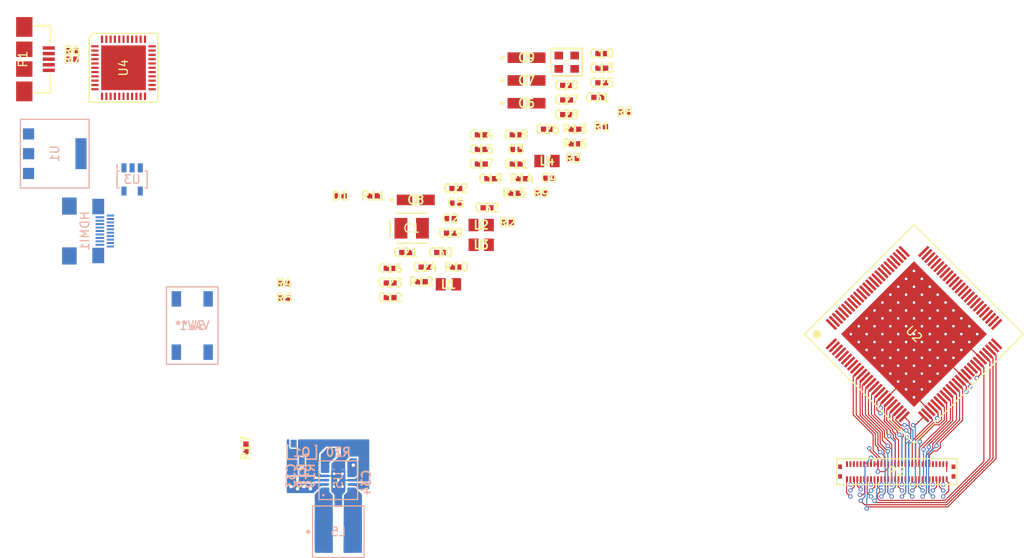
<source format=kicad_pcb>
(kicad_pcb (version 4) (host pcbnew 0.201511290701+6331~38~ubuntu14.04.1-stable)
  (layers (0 F.Cu signal) (1 In1.Cu power) (2 In2.Cu power) (31 B.Cu signal) (34 B.Paste user) (35 F.Paste user) (36 B.SilkS user) (37 F.SilkS user) (38 B.Mask user) (39 F.Mask user) (44 Edge.Cuts user))
  (net 0 "")
  (net 1 VBUS)
  (net 2 GND)
  (net 3 +5VD)
  (net 4 +3V3)
  (net 5 "Net-(C5-Pad1)")
  (net 6 "Net-(C17-Pad1)")
  (net 7 /UCap)
  (net 8 /Aref)
  (net 9 "Net-(C31-Pad2)")
  (net 10 "Net-(C32-Pad2)")
  (net 11 /LED_A)
  (net 12 "Net-(D1-Pad2)")
  (net 13 "Net-(HDMI1-Pad1)")
  (net 14 /D2+)
  (net 15 /D2-)
  (net 16 /D1+)
  (net 17 /D1-)
  (net 18 /D0+)
  (net 19 /D0-)
  (net 20 /DC+)
  (net 21 /DC-)
  (net 22 /H_SCL)
  (net 23 /H_SDA)
  (net 24 "Net-(L5-Pad2)")
  (net 25 "Net-(L5-Pad1)")
  (net 26 /USB_D+)
  (net 27 /USB_D-)
  (net 28 /MISO)
  (net 29 /MOSI)
  (net 30 /SCLK)
  (net 31 /NCS)
  (net 32 /RESET)
  (net 33 /R7)
  (net 34 /R6)
  (net 35 /R5)
  (net 36 /R4)
  (net 37 /R3)
  (net 38 /R2)
  (net 39 /R1)
  (net 40 /R0)
  (net 41 /G7)
  (net 42 /G6)
  (net 43 /G5)
  (net 44 /G4)
  (net 45 /G3)
  (net 46 /G2)
  (net 47 /G1)
  (net 48 /G0)
  (net 49 /B7)
  (net 50 /B6)
  (net 51 /B5)
  (net 52 /B4)
  (net 53 /B3)
  (net 54 /B2)
  (net 55 /B1)
  (net 56 /B0)
  (net 57 /DISP)
  (net 58 /CK)
  (net 59 /HSYNC)
  (net 60 /VSYNC)
  (net 61 /LED_K)
  (net 62 /SCL)
  (net 63 /SDA)
  (net 64 /S3)
  (net 65 /S4)
  (net 66 "Net-(Q1-Pad3)")
  (net 67 BL)
  (net 68 "Net-(R6-Pad1)")
  (net 69 "Net-(R7-Pad1)")
  (net 70 "Net-(R8-Pad2)")
  (net 71 /LED)
  (net 72 "Net-(R11-Pad2)")
  (net 73 "Net-(R13-Pad2)")
  (net 74 "Net-(R14-Pad2)")
  (net 75 "Net-(R15-Pad1)")
  (net 76 "Net-(R16-Pad1)")
  (net 77 "Net-(R18-Pad1)")
  (net 78 /~PWRDN)
  (net 79 /ST)
  (net 80 /SCDT)
  (net 81 /~PDO)
  (net 82 /AVDD)
  (net 83 /DVDD)
  (net 84 /OVDD)
  (net 85 /PVDD)
  (module SMD-QFP:PQFP-100_0mm5 (layer F.Cu) (at 186 83 315)
    (fp_text reference U2 (at 0 0 315) (layer F.SilkS))
    (fp_text value TFP401A)
    (pad 101 thru_hole circle (at 5.2 5.2 315) (size 0.31 0.31) (drill 0.3) (layers *.Cu) (net 2 GND))
    (pad 101 thru_hole circle (at 0 5.2 315) (size 0.31 0.31) (drill 0.3) (layers *.Cu) (net 2 GND))
    (pad 101 thru_hole circle (at 1.3 5.2 315) (size 0.31 0.31) (drill 0.3) (layers *.Cu) (net 2 GND))
    (pad 101 thru_hole circle (at 3.9 5.2 315) (size 0.31 0.31) (drill 0.3) (layers *.Cu) (net 2 GND))
    (pad 101 thru_hole circle (at 2.6 5.2 315) (size 0.31 0.31) (drill 0.3) (layers *.Cu) (net 2 GND))
    (pad 101 thru_hole circle (at -2.6 5.2 315) (size 0.31 0.31) (drill 0.3) (layers *.Cu) (net 2 GND))
    (pad 101 thru_hole circle (at -1.3 5.2 315) (size 0.31 0.31) (drill 0.3) (layers *.Cu) (net 2 GND))
    (pad 101 thru_hole circle (at -3.9 5.2 315) (size 0.31 0.31) (drill 0.3) (layers *.Cu) (net 2 GND))
    (pad 101 thru_hole circle (at -5.2 5.2 315) (size 0.31 0.31) (drill 0.3) (layers *.Cu) (net 2 GND))
    (pad 101 thru_hole circle (at -5.2 0 315) (size 0.31 0.31) (drill 0.3) (layers *.Cu) (net 2 GND))
    (pad 101 thru_hole circle (at -3.9 0 315) (size 0.31 0.31) (drill 0.3) (layers *.Cu) (net 2 GND))
    (pad 101 thru_hole circle (at -1.3 0 315) (size 0.31 0.31) (drill 0.3) (layers *.Cu) (net 2 GND))
    (pad 101 thru_hole circle (at -2.6 0 315) (size 0.31 0.31) (drill 0.3) (layers *.Cu) (net 2 GND))
    (pad 101 thru_hole circle (at 2.6 0 315) (size 0.31 0.31) (drill 0.3) (layers *.Cu) (net 2 GND))
    (pad 101 thru_hole circle (at 3.9 0 315) (size 0.31 0.31) (drill 0.3) (layers *.Cu) (net 2 GND))
    (pad 101 thru_hole circle (at 1.3 0 315) (size 0.31 0.31) (drill 0.3) (layers *.Cu) (net 2 GND))
    (pad 101 thru_hole circle (at 0 0 315) (size 0.31 0.31) (drill 0.3) (layers *.Cu) (net 2 GND))
    (pad 101 thru_hole circle (at 5.2 0 315) (size 0.31 0.31) (drill 0.3) (layers *.Cu) (net 2 GND))
    (pad 101 thru_hole circle (at 5.2 1.3 315) (size 0.31 0.31) (drill 0.3) (layers *.Cu) (net 2 GND))
    (pad 101 thru_hole circle (at 0 1.3 315) (size 0.31 0.31) (drill 0.3) (layers *.Cu) (net 2 GND))
    (pad 101 thru_hole circle (at 1.3 1.3 315) (size 0.31 0.31) (drill 0.3) (layers *.Cu) (net 2 GND))
    (pad 101 thru_hole circle (at 3.9 1.3 315) (size 0.31 0.31) (drill 0.3) (layers *.Cu) (net 2 GND))
    (pad 101 thru_hole circle (at 2.6 1.3 315) (size 0.31 0.31) (drill 0.3) (layers *.Cu) (net 2 GND))
    (pad 101 thru_hole circle (at -2.6 1.3 315) (size 0.31 0.31) (drill 0.3) (layers *.Cu) (net 2 GND))
    (pad 101 thru_hole circle (at -1.3 1.3 315) (size 0.31 0.31) (drill 0.3) (layers *.Cu) (net 2 GND))
    (pad 101 thru_hole circle (at -3.9 1.3 315) (size 0.31 0.31) (drill 0.3) (layers *.Cu) (net 2 GND))
    (pad 101 thru_hole circle (at -5.2 1.3 315) (size 0.31 0.31) (drill 0.3) (layers *.Cu) (net 2 GND))
    (pad 101 thru_hole circle (at -5.2 3.9 315) (size 0.31 0.31) (drill 0.3) (layers *.Cu) (net 2 GND))
    (pad 101 thru_hole circle (at -3.9 3.9 315) (size 0.31 0.31) (drill 0.3) (layers *.Cu) (net 2 GND))
    (pad 101 thru_hole circle (at -1.3 3.9 315) (size 0.31 0.31) (drill 0.3) (layers *.Cu) (net 2 GND))
    (pad 101 thru_hole circle (at -2.6 3.9 315) (size 0.31 0.31) (drill 0.3) (layers *.Cu) (net 2 GND))
    (pad 101 thru_hole circle (at 2.6 3.9 315) (size 0.31 0.31) (drill 0.3) (layers *.Cu) (net 2 GND))
    (pad 101 thru_hole circle (at 3.9 3.9 315) (size 0.31 0.31) (drill 0.3) (layers *.Cu) (net 2 GND))
    (pad 101 thru_hole circle (at 1.3 3.9 315) (size 0.31 0.31) (drill 0.3) (layers *.Cu) (net 2 GND))
    (pad 101 thru_hole circle (at 0 3.9 315) (size 0.31 0.31) (drill 0.3) (layers *.Cu) (net 2 GND))
    (pad 101 thru_hole circle (at 5.2 3.9 315) (size 0.31 0.31) (drill 0.3) (layers *.Cu) (net 2 GND))
    (pad 101 thru_hole circle (at 5.2 2.6 315) (size 0.31 0.31) (drill 0.3) (layers *.Cu) (net 2 GND))
    (pad 101 thru_hole circle (at 0 2.6 315) (size 0.31 0.31) (drill 0.3) (layers *.Cu) (net 2 GND))
    (pad 101 thru_hole circle (at 1.3 2.6 315) (size 0.31 0.31) (drill 0.3) (layers *.Cu) (net 2 GND))
    (pad 101 thru_hole circle (at 3.9 2.6 315) (size 0.31 0.31) (drill 0.3) (layers *.Cu) (net 2 GND))
    (pad 101 thru_hole circle (at 2.6 2.6 315) (size 0.31 0.31) (drill 0.3) (layers *.Cu) (net 2 GND))
    (pad 101 thru_hole circle (at -2.6 2.6 315) (size 0.31 0.31) (drill 0.3) (layers *.Cu) (net 2 GND))
    (pad 101 thru_hole circle (at -1.3 2.6 315) (size 0.31 0.31) (drill 0.3) (layers *.Cu) (net 2 GND))
    (pad 101 thru_hole circle (at -3.9 2.6 315) (size 0.31 0.31) (drill 0.3) (layers *.Cu) (net 2 GND))
    (pad 101 thru_hole circle (at -5.2 2.6 315) (size 0.31 0.31) (drill 0.3) (layers *.Cu) (net 2 GND))
    (pad 101 thru_hole circle (at -5.2 -2.6 315) (size 0.31 0.31) (drill 0.3) (layers *.Cu) (net 2 GND))
    (pad 101 thru_hole circle (at -3.9 -2.6 315) (size 0.31 0.31) (drill 0.3) (layers *.Cu) (net 2 GND))
    (pad 101 thru_hole circle (at -1.3 -2.6 315) (size 0.31 0.31) (drill 0.3) (layers *.Cu) (net 2 GND))
    (pad 101 thru_hole circle (at -2.6 -2.6 315) (size 0.31 0.31) (drill 0.3) (layers *.Cu) (net 2 GND))
    (pad 101 thru_hole circle (at 2.6 -2.6 315) (size 0.31 0.31) (drill 0.3) (layers *.Cu) (net 2 GND))
    (pad 101 thru_hole circle (at 3.9 -2.6 315) (size 0.31 0.31) (drill 0.3) (layers *.Cu) (net 2 GND))
    (pad 101 thru_hole circle (at 1.3 -2.6 315) (size 0.31 0.31) (drill 0.3) (layers *.Cu) (net 2 GND))
    (pad 101 thru_hole circle (at 0 -2.6 315) (size 0.31 0.31) (drill 0.3) (layers *.Cu) (net 2 GND))
    (pad 101 thru_hole circle (at 5.2 -2.6 315) (size 0.31 0.31) (drill 0.3) (layers *.Cu) (net 2 GND))
    (pad 101 thru_hole circle (at 5.2 -1.3 315) (size 0.31 0.31) (drill 0.3) (layers *.Cu) (net 2 GND))
    (pad 101 thru_hole circle (at 0 -1.3 315) (size 0.31 0.31) (drill 0.3) (layers *.Cu) (net 2 GND))
    (pad 101 thru_hole circle (at 1.3 -1.3 315) (size 0.31 0.31) (drill 0.3) (layers *.Cu) (net 2 GND))
    (pad 101 thru_hole circle (at 3.9 -1.3 315) (size 0.31 0.31) (drill 0.3) (layers *.Cu) (net 2 GND))
    (pad 101 thru_hole circle (at 2.6 -1.3 315) (size 0.31 0.31) (drill 0.3) (layers *.Cu) (net 2 GND))
    (pad 101 thru_hole circle (at -2.6 -1.3 315) (size 0.31 0.31) (drill 0.3) (layers *.Cu) (net 2 GND))
    (pad 101 thru_hole circle (at -1.3 -1.3 315) (size 0.31 0.31) (drill 0.3) (layers *.Cu) (net 2 GND))
    (pad 101 thru_hole circle (at -3.9 -1.3 315) (size 0.31 0.31) (drill 0.3) (layers *.Cu) (net 2 GND))
    (pad 101 thru_hole circle (at -5.2 -1.3 315) (size 0.31 0.31) (drill 0.3) (layers *.Cu) (net 2 GND))
    (pad 101 thru_hole circle (at -5.2 -3.9 315) (size 0.31 0.31) (drill 0.3) (layers *.Cu) (net 2 GND))
    (pad 101 thru_hole circle (at -3.9 -3.9 315) (size 0.31 0.31) (drill 0.3) (layers *.Cu) (net 2 GND))
    (pad 101 thru_hole circle (at -1.3 -3.9 315) (size 0.31 0.31) (drill 0.3) (layers *.Cu) (net 2 GND))
    (pad 101 thru_hole circle (at -2.6 -3.9 315) (size 0.31 0.31) (drill 0.3) (layers *.Cu) (net 2 GND))
    (pad 101 thru_hole circle (at 2.6 -3.9 315) (size 0.31 0.31) (drill 0.3) (layers *.Cu) (net 2 GND))
    (pad 101 thru_hole circle (at 3.9 -3.9 315) (size 0.31 0.31) (drill 0.3) (layers *.Cu) (net 2 GND))
    (pad 101 thru_hole circle (at 1.3 -3.9 315) (size 0.31 0.31) (drill 0.3) (layers *.Cu) (net 2 GND))
    (pad 101 thru_hole circle (at 0 -3.9 315) (size 0.31 0.31) (drill 0.3) (layers *.Cu) (net 2 GND))
    (pad 101 thru_hole circle (at 5.2 -3.9 315) (size 0.31 0.31) (drill 0.3) (layers *.Cu) (net 2 GND))
    (pad 101 thru_hole circle (at 5.2 -5.2 315) (size 0.31 0.31) (drill 0.3) (layers *.Cu) (net 2 GND))
    (pad 101 thru_hole circle (at 0 -5.2 315) (size 0.31 0.31) (drill 0.3) (layers *.Cu) (net 2 GND))
    (pad 101 thru_hole circle (at 1.3 -5.2 315) (size 0.31 0.31) (drill 0.3) (layers *.Cu) (net 2 GND))
    (pad 101 thru_hole circle (at 3.9 -5.2 315) (size 0.31 0.31) (drill 0.3) (layers *.Cu) (net 2 GND))
    (pad 101 thru_hole circle (at 2.6 -5.2 315) (size 0.31 0.31) (drill 0.3) (layers *.Cu) (net 2 GND))
    (pad 101 thru_hole circle (at -2.6 -5.2 315) (size 0.31 0.31) (drill 0.3) (layers *.Cu) (net 2 GND))
    (pad 101 thru_hole circle (at -1.3 -5.2 315) (size 0.31 0.31) (drill 0.3) (layers *.Cu) (net 2 GND))
    (pad 101 thru_hole circle (at -3.9 -5.2 315) (size 0.31 0.31) (drill 0.3) (layers *.Cu) (net 2 GND))
    (pad 1 smd rect (at -6 7.6 315) (size 0.3 1.6) (layers F.Cu F.Paste F.Mask) (net 75 "Net-(R15-Pad1)"))
    (pad 2 smd rect (at -5.5 7.6 315) (size 0.3 1.6) (layers F.Cu F.Paste F.Mask) (net 78 /~PWRDN))
    (pad 3 smd rect (at -5 7.6 315) (size 0.3 1.6) (layers F.Cu F.Paste F.Mask) (net 79 /ST))
    (pad 4 smd rect (at -4.5 7.6 315) (size 0.3 1.6) (layers F.Cu F.Paste F.Mask) (net 76 "Net-(R16-Pad1)"))
    (pad 5 smd rect (at -4 7.6 315) (size 0.3 1.6) (layers F.Cu F.Paste F.Mask) (net 2 GND))
    (pad 6 smd rect (at -3.5 7.6 315) (size 0.3 1.6) (layers F.Cu F.Paste F.Mask) (net 83 /DVDD))
    (pad 7 smd rect (at -3 7.6 315) (size 0.3 1.6) (layers F.Cu F.Paste F.Mask) (net 72 "Net-(R11-Pad2)"))
    (pad 8 smd rect (at -2.5 7.6 315) (size 0.3 1.6) (layers F.Cu F.Paste F.Mask) (net 80 /SCDT))
    (pad 9 smd rect (at -2 7.6 315) (size 0.3 1.6) (layers F.Cu F.Paste F.Mask) (net 81 /~PDO))
    (pad 10 smd rect (at -1.5 7.6 315) (size 0.3 1.6) (layers F.Cu F.Paste F.Mask) (net 56 /B0))
    (pad 11 smd rect (at -1 7.6 315) (size 0.3 1.6) (layers F.Cu F.Paste F.Mask) (net 55 /B1))
    (pad 12 smd rect (at -0.5 7.6 315) (size 0.3 1.6) (layers F.Cu F.Paste F.Mask) (net 54 /B2))
    (pad 13 smd rect (at 0 7.6 315) (size 0.3 1.6) (layers F.Cu F.Paste F.Mask) (net 53 /B3))
    (pad 14 smd rect (at 0.5 7.6 315) (size 0.3 1.6) (layers F.Cu F.Paste F.Mask) (net 52 /B4))
    (pad 15 smd rect (at 1 7.6 315) (size 0.3 1.6) (layers F.Cu F.Paste F.Mask) (net 51 /B5))
    (pad 16 smd rect (at 1.5 7.6 315) (size 0.3 1.6) (layers F.Cu F.Paste F.Mask) (net 50 /B6))
    (pad 17 smd rect (at 2 7.6 315) (size 0.3 1.6) (layers F.Cu F.Paste F.Mask) (net 49 /B7))
    (pad 18 smd rect (at 2.5 7.6 315) (size 0.3 1.6) (layers F.Cu F.Paste F.Mask) (net 84 /OVDD))
    (pad 19 smd rect (at 3 7.6 315) (size 0.3 1.6) (layers F.Cu F.Paste F.Mask) (net 2 GND))
    (pad 20 smd rect (at 3.5 7.6 315) (size 0.3 1.6) (layers F.Cu F.Paste F.Mask) (net 48 /G0))
    (pad 21 smd rect (at 4 7.6 315) (size 0.3 1.6) (layers F.Cu F.Paste F.Mask) (net 47 /G1))
    (pad 22 smd rect (at 4.5 7.6 315) (size 0.3 1.6) (layers F.Cu F.Paste F.Mask) (net 46 /G2))
    (pad 23 smd rect (at 5 7.6 315) (size 0.3 1.6) (layers F.Cu F.Paste F.Mask) (net 45 /G3))
    (pad 24 smd rect (at 5.5 7.6 315) (size 0.3 1.6) (layers F.Cu F.Paste F.Mask) (net 44 /G4))
    (pad 25 smd rect (at 6 7.6 315) (size 0.3 1.6) (layers F.Cu F.Paste F.Mask) (net 43 /G5))
    (pad 26 smd rect (at 7.6 6 45) (size 0.3 1.6) (layers F.Cu F.Paste F.Mask) (net 42 /G6))
    (pad 27 smd rect (at 7.6 5.5 45) (size 0.3 1.6) (layers F.Cu F.Paste F.Mask) (net 41 /G7))
    (pad 28 smd rect (at 7.6 5 45) (size 0.3 1.6) (layers F.Cu F.Paste F.Mask) (net 2 GND))
    (pad 29 smd rect (at 7.6 4.5 45) (size 0.3 1.6) (layers F.Cu F.Paste F.Mask) (net 84 /OVDD))
    (pad 30 smd rect (at 7.6 4 45) (size 0.3 1.6) (layers F.Cu F.Paste F.Mask) (net 40 /R0))
    (pad 31 smd rect (at 7.6 3.5 45) (size 0.3 1.6) (layers F.Cu F.Paste F.Mask) (net 39 /R1))
    (pad 32 smd rect (at 7.6 3 45) (size 0.3 1.6) (layers F.Cu F.Paste F.Mask) (net 38 /R2))
    (pad 33 smd rect (at 7.6 2.5 45) (size 0.3 1.6) (layers F.Cu F.Paste F.Mask) (net 37 /R3))
    (pad 34 smd rect (at 7.6 2 45) (size 0.3 1.6) (layers F.Cu F.Paste F.Mask) (net 36 /R4))
    (pad 35 smd rect (at 7.6 1.5 45) (size 0.3 1.6) (layers F.Cu F.Paste F.Mask) (net 35 /R5))
    (pad 36 smd rect (at 7.6 1 45) (size 0.3 1.6) (layers F.Cu F.Paste F.Mask) (net 34 /R6))
    (pad 37 smd rect (at 7.6 0.5 45) (size 0.3 1.6) (layers F.Cu F.Paste F.Mask) (net 33 /R7))
    (pad 38 smd rect (at 7.6 0 45) (size 0.3 1.6) (layers F.Cu F.Paste F.Mask) (net 83 /DVDD))
    (pad 39 smd rect (at 7.6 -0.5 45) (size 0.3 1.6) (layers F.Cu F.Paste F.Mask) (net 2 GND))
    (pad 40 smd rect (at 7.6 -1 45) (size 0.3 1.6) (layers F.Cu F.Paste F.Mask))
    (pad 41 smd rect (at 7.6 -1.5 45) (size 0.3 1.6) (layers F.Cu F.Paste F.Mask))
    (pad 42 smd rect (at 7.6 -2 45) (size 0.3 1.6) (layers F.Cu F.Paste F.Mask))
    (pad 43 smd rect (at 7.6 -2.5 45) (size 0.3 1.6) (layers F.Cu F.Paste F.Mask) (net 84 /OVDD))
    (pad 44 smd rect (at 7.6 -3 45) (size 0.3 1.6) (layers F.Cu F.Paste F.Mask) (net 58 /CK))
    (pad 45 smd rect (at 7.6 -3.5 45) (size 0.3 1.6) (layers F.Cu F.Paste F.Mask) (net 2 GND))
    (pad 46 smd rect (at 7.6 -4 45) (size 0.3 1.6) (layers F.Cu F.Paste F.Mask) (net 57 /DISP))
    (pad 47 smd rect (at 7.6 -4.5 45) (size 0.3 1.6) (layers F.Cu F.Paste F.Mask) (net 60 /VSYNC))
    (pad 48 smd rect (at 7.6 -5 45) (size 0.3 1.6) (layers F.Cu F.Paste F.Mask) (net 59 /HSYNC))
    (pad 49 smd rect (at 7.6 -5.5 45) (size 0.3 1.6) (layers F.Cu F.Paste F.Mask))
    (pad 50 smd rect (at 7.6 -6 45) (size 0.3 1.6) (layers F.Cu F.Paste F.Mask))
    (pad 51 smd rect (at 6 -7.6 135) (size 0.3 1.6) (layers F.Cu F.Paste F.Mask))
    (pad 52 smd rect (at 5.5 -7.6 135) (size 0.3 1.6) (layers F.Cu F.Paste F.Mask))
    (pad 53 smd rect (at 5 -7.6 135) (size 0.3 1.6) (layers F.Cu F.Paste F.Mask))
    (pad 54 smd rect (at 4.5 -7.6 135) (size 0.3 1.6) (layers F.Cu F.Paste F.Mask))
    (pad 55 smd rect (at 4 -7.6 135) (size 0.3 1.6) (layers F.Cu F.Paste F.Mask))
    (pad 56 smd rect (at 3.5 -7.6 135) (size 0.3 1.6) (layers F.Cu F.Paste F.Mask))
    (pad 57 smd rect (at 3 -7.6 135) (size 0.3 1.6) (layers F.Cu F.Paste F.Mask) (net 84 /OVDD))
    (pad 58 smd rect (at 2.5 -7.6 135) (size 0.3 1.6) (layers F.Cu F.Paste F.Mask) (net 2 GND))
    (pad 59 smd rect (at 2 -7.6 135) (size 0.3 1.6) (layers F.Cu F.Paste F.Mask))
    (pad 60 smd rect (at 1.5 -7.6 135) (size 0.3 1.6) (layers F.Cu F.Paste F.Mask))
    (pad 61 smd rect (at 1 -7.6 135) (size 0.3 1.6) (layers F.Cu F.Paste F.Mask))
    (pad 62 smd rect (at 0.5 -7.6 135) (size 0.3 1.6) (layers F.Cu F.Paste F.Mask))
    (pad 63 smd rect (at 0 -7.6 135) (size 0.3 1.6) (layers F.Cu F.Paste F.Mask))
    (pad 64 smd rect (at -0.5 -7.6 135) (size 0.3 1.6) (layers F.Cu F.Paste F.Mask))
    (pad 65 smd rect (at -1 -7.6 135) (size 0.3 1.6) (layers F.Cu F.Paste F.Mask))
    (pad 66 smd rect (at -1.5 -7.6 135) (size 0.3 1.6) (layers F.Cu F.Paste F.Mask))
    (pad 67 smd rect (at -2 -7.6 135) (size 0.3 1.6) (layers F.Cu F.Paste F.Mask) (net 83 /DVDD))
    (pad 68 smd rect (at -2.5 -7.6 135) (size 0.3 1.6) (layers F.Cu F.Paste F.Mask) (net 2 GND))
    (pad 69 smd rect (at -3 -7.6 135) (size 0.3 1.6) (layers F.Cu F.Paste F.Mask))
    (pad 70 smd rect (at -3.5 -7.6 135) (size 0.3 1.6) (layers F.Cu F.Paste F.Mask))
    (pad 71 smd rect (at -4 -7.6 135) (size 0.3 1.6) (layers F.Cu F.Paste F.Mask))
    (pad 72 smd rect (at -4.5 -7.6 135) (size 0.3 1.6) (layers F.Cu F.Paste F.Mask))
    (pad 73 smd rect (at -5 -7.6 135) (size 0.3 1.6) (layers F.Cu F.Paste F.Mask))
    (pad 74 smd rect (at -5.5 -7.6 135) (size 0.3 1.6) (layers F.Cu F.Paste F.Mask))
    (pad 75 smd rect (at -6 -7.6 135) (size 0.3 1.6) (layers F.Cu F.Paste F.Mask))
    (pad 76 smd rect (at -7.6 -6 225) (size 0.3 1.6) (layers F.Cu F.Paste F.Mask) (net 2 GND))
    (pad 77 smd rect (at -7.6 -5.5 225) (size 0.3 1.6) (layers F.Cu F.Paste F.Mask))
    (pad 78 smd rect (at -7.6 -5 225) (size 0.3 1.6) (layers F.Cu F.Paste F.Mask) (net 84 /OVDD))
    (pad 79 smd rect (at -7.6 -4.5 225) (size 0.3 1.6) (layers F.Cu F.Paste F.Mask) (net 2 GND))
    (pad 80 smd rect (at -7.6 -4 225) (size 0.3 1.6) (layers F.Cu F.Paste F.Mask) (net 14 /D2+))
    (pad 81 smd rect (at -7.6 -3.5 225) (size 0.3 1.6) (layers F.Cu F.Paste F.Mask) (net 15 /D2-))
    (pad 82 smd rect (at -7.6 -3 225) (size 0.3 1.6) (layers F.Cu F.Paste F.Mask) (net 82 /AVDD))
    (pad 83 smd rect (at -7.6 -2.5 225) (size 0.3 1.6) (layers F.Cu F.Paste F.Mask) (net 2 GND))
    (pad 84 smd rect (at -7.6 -2 225) (size 0.3 1.6) (layers F.Cu F.Paste F.Mask) (net 82 /AVDD))
    (pad 85 smd rect (at -7.6 -1.5 225) (size 0.3 1.6) (layers F.Cu F.Paste F.Mask) (net 16 /D1+))
    (pad 86 smd rect (at -7.6 -1 225) (size 0.3 1.6) (layers F.Cu F.Paste F.Mask) (net 17 /D1-))
    (pad 87 smd rect (at -7.6 -0.5 225) (size 0.3 1.6) (layers F.Cu F.Paste F.Mask) (net 2 GND))
    (pad 88 smd rect (at -7.6 0 225) (size 0.3 1.6) (layers F.Cu F.Paste F.Mask) (net 82 /AVDD))
    (pad 89 smd rect (at -7.6 0.5 225) (size 0.3 1.6) (layers F.Cu F.Paste F.Mask) (net 2 GND))
    (pad 90 smd rect (at -7.6 1 225) (size 0.3 1.6) (layers F.Cu F.Paste F.Mask) (net 18 /D0+))
    (pad 91 smd rect (at -7.6 1.5 225) (size 0.3 1.6) (layers F.Cu F.Paste F.Mask) (net 19 /D0-))
    (pad 92 smd rect (at -7.6 2 225) (size 0.3 1.6) (layers F.Cu F.Paste F.Mask) (net 2 GND))
    (pad 93 smd rect (at -7.6 2.5 225) (size 0.3 1.6) (layers F.Cu F.Paste F.Mask) (net 20 /DC+))
    (pad 94 smd rect (at -7.6 3 225) (size 0.3 1.6) (layers F.Cu F.Paste F.Mask) (net 21 /DC-))
    (pad 95 smd rect (at -7.6 3.5 225) (size 0.3 1.6) (layers F.Cu F.Paste F.Mask) (net 82 /AVDD))
    (pad 96 smd rect (at -7.6 4 225) (size 0.3 1.6) (layers F.Cu F.Paste F.Mask))
    (pad 97 smd rect (at -7.6 4.5 225) (size 0.3 1.6) (layers F.Cu F.Paste F.Mask) (net 85 /PVDD))
    (pad 98 smd rect (at -7.6 5 225) (size 0.3 1.6) (layers F.Cu F.Paste F.Mask) (net 2 GND))
    (pad 99 smd rect (at -7.6 5.5 225) (size 0.3 1.6) (layers F.Cu F.Paste F.Mask) (net 74 "Net-(R14-Pad2)"))
    (pad 100 smd rect (at -7.6 6 225) (size 0.3 1.6) (layers F.Cu F.Paste F.Mask) (net 73 "Net-(R13-Pad2)"))
    (pad 101 smd rect (at 0 0 315) (size 12 12) (layers F.Cu) (net 2 GND))
    (pad 101 thru_hole circle (at -5.2 -5.2 315) (size 0.31 0.31) (drill 0.3) (layers *.Cu) (net 2 GND))
    (pad "" smd circle (at -8 8 315) (size 1 1) (layers F.SilkS))
  )
  (module SMD-Connectors:AXE660124 (layer F.Cu) (at 184 99 180)
    (fp_text reference P2 (at 0 0 180) (layer F.SilkS))
    (fp_text value AXE660124)
    (pad "" smd rect (at 6.6 -0.565 270) (size 0.53 0.45) (layers F.Cu F.Paste F.Mask))
    (pad "" smd rect (at 6.6 0.565 270) (size 0.53 0.45) (layers F.Cu F.Paste F.Mask))
    (pad "" smd rect (at -6.6 0.565 270) (size 0.53 0.45) (layers F.Cu F.Paste F.Mask))
    (pad 1 smd rect (at -5.8 0.875 180) (size 0.23 0.65) (layers F.Cu F.Paste F.Mask) (net 2 GND))
    (pad 2 smd rect (at -5.8 -0.875 180) (size 0.23 0.65) (layers F.Cu F.Paste F.Mask) (net 2 GND))
    (pad 3 smd rect (at -5.4 0.875 180) (size 0.23 0.65) (layers F.Cu F.Paste F.Mask))
    (pad 4 smd rect (at -5.4 -0.875 180) (size 0.23 0.65) (layers F.Cu F.Paste F.Mask) (net 28 /MISO))
    (pad 5 smd rect (at -5 0.875 180) (size 0.23 0.65) (layers F.Cu F.Paste F.Mask) (net 29 /MOSI))
    (pad 6 smd rect (at -5 -0.875 180) (size 0.23 0.65) (layers F.Cu F.Paste F.Mask) (net 2 GND))
    (pad 7 smd rect (at -4.6 0.875 180) (size 0.23 0.65) (layers F.Cu F.Paste F.Mask) (net 30 /SCLK))
    (pad 8 smd rect (at -4.6 -0.875 180) (size 0.23 0.65) (layers F.Cu F.Paste F.Mask) (net 31 /NCS))
    (pad 9 smd rect (at -4.2 0.875 180) (size 0.23 0.65) (layers F.Cu F.Paste F.Mask) (net 32 /RESET))
    (pad 10 smd rect (at -4.2 -0.875 180) (size 0.23 0.65) (layers F.Cu F.Paste F.Mask) (net 2 GND))
    (pad 11 smd rect (at -3.8 0.875 180) (size 0.23 0.65) (layers F.Cu F.Paste F.Mask) (net 33 /R7))
    (pad 12 smd rect (at -3.8 -0.875 180) (size 0.23 0.65) (layers F.Cu F.Paste F.Mask) (net 34 /R6))
    (pad 13 smd rect (at -3.4 0.875 180) (size 0.23 0.65) (layers F.Cu F.Paste F.Mask) (net 35 /R5))
    (pad 14 smd rect (at -3.4 -0.875 180) (size 0.23 0.65) (layers F.Cu F.Paste F.Mask) (net 36 /R4))
    (pad 15 smd rect (at -3 0.875 180) (size 0.23 0.65) (layers F.Cu F.Paste F.Mask) (net 2 GND))
    (pad 16 smd rect (at -3 -0.875 180) (size 0.23 0.65) (layers F.Cu F.Paste F.Mask) (net 37 /R3))
    (pad 17 smd rect (at -2.6 0.875 180) (size 0.23 0.65) (layers F.Cu F.Paste F.Mask) (net 38 /R2))
    (pad 18 smd rect (at -2.6 -0.875 180) (size 0.23 0.65) (layers F.Cu F.Paste F.Mask) (net 39 /R1))
    (pad 19 smd rect (at -2.2 0.875 180) (size 0.23 0.65) (layers F.Cu F.Paste F.Mask) (net 40 /R0))
    (pad 20 smd rect (at -2.2 -0.875 180) (size 0.23 0.65) (layers F.Cu F.Paste F.Mask) (net 2 GND))
    (pad 21 smd rect (at -1.8 0.875 180) (size 0.23 0.65) (layers F.Cu F.Paste F.Mask) (net 41 /G7))
    (pad 22 smd rect (at -1.8 -0.875 180) (size 0.23 0.65) (layers F.Cu F.Paste F.Mask) (net 42 /G6))
    (pad 23 smd rect (at -1.4 0.875 180) (size 0.23 0.65) (layers F.Cu F.Paste F.Mask) (net 43 /G5))
    (pad 24 smd rect (at -1.4 -0.875 180) (size 0.23 0.65) (layers F.Cu F.Paste F.Mask) (net 44 /G4))
    (pad 25 smd rect (at -1 0.875 180) (size 0.23 0.65) (layers F.Cu F.Paste F.Mask) (net 2 GND))
    (pad 26 smd rect (at -1 -0.875 180) (size 0.23 0.65) (layers F.Cu F.Paste F.Mask) (net 45 /G3))
    (pad 27 smd rect (at -0.6 0.875 180) (size 0.23 0.65) (layers F.Cu F.Paste F.Mask) (net 46 /G2))
    (pad 28 smd rect (at -0.6 -0.875 180) (size 0.23 0.65) (layers F.Cu F.Paste F.Mask) (net 47 /G1))
    (pad 29 smd rect (at -0.2 0.875 180) (size 0.23 0.65) (layers F.Cu F.Paste F.Mask) (net 48 /G0))
    (pad 30 smd rect (at -0.2 -0.875 180) (size 0.23 0.65) (layers F.Cu F.Paste F.Mask) (net 2 GND))
    (pad 31 smd rect (at 0.2 0.875 180) (size 0.23 0.65) (layers F.Cu F.Paste F.Mask) (net 49 /B7))
    (pad 32 smd rect (at 0.2 -0.875 180) (size 0.23 0.65) (layers F.Cu F.Paste F.Mask) (net 50 /B6))
    (pad 33 smd rect (at 0.6 0.875 180) (size 0.23 0.65) (layers F.Cu F.Paste F.Mask) (net 51 /B5))
    (pad 34 smd rect (at 0.6 -0.875 180) (size 0.23 0.65) (layers F.Cu F.Paste F.Mask) (net 52 /B4))
    (pad 35 smd rect (at 1 0.875 180) (size 0.23 0.65) (layers F.Cu F.Paste F.Mask) (net 2 GND))
    (pad 36 smd rect (at 1 -0.875 180) (size 0.23 0.65) (layers F.Cu F.Paste F.Mask) (net 53 /B3))
    (pad 37 smd rect (at 1.4 0.875 180) (size 0.23 0.65) (layers F.Cu F.Paste F.Mask) (net 54 /B2))
    (pad 38 smd rect (at 1.4 -0.875 180) (size 0.23 0.65) (layers F.Cu F.Paste F.Mask) (net 55 /B1))
    (pad 39 smd rect (at 1.8 0.875 180) (size 0.23 0.65) (layers F.Cu F.Paste F.Mask) (net 56 /B0))
    (pad 40 smd rect (at 1.8 -0.875 180) (size 0.23 0.65) (layers F.Cu F.Paste F.Mask) (net 57 /DISP))
    (pad 41 smd rect (at 2.2 0.875 180) (size 0.23 0.65) (layers F.Cu F.Paste F.Mask) (net 2 GND))
    (pad 42 smd rect (at 2.2 -0.875 180) (size 0.23 0.65) (layers F.Cu F.Paste F.Mask) (net 58 /CK))
    (pad 43 smd rect (at 2.6 0.875 180) (size 0.23 0.65) (layers F.Cu F.Paste F.Mask) (net 2 GND))
    (pad 44 smd rect (at 2.6 -0.875 180) (size 0.23 0.65) (layers F.Cu F.Paste F.Mask) (net 59 /HSYNC))
    (pad 45 smd rect (at 3 0.875 180) (size 0.23 0.65) (layers F.Cu F.Paste F.Mask) (net 60 /VSYNC))
    (pad 46 smd rect (at 3 -0.875 180) (size 0.23 0.65) (layers F.Cu F.Paste F.Mask) (net 4 +3V3))
    (pad 47 smd rect (at 3.4 0.875 180) (size 0.23 0.65) (layers F.Cu F.Paste F.Mask) (net 4 +3V3))
    (pad 48 smd rect (at 3.4 -0.875 180) (size 0.23 0.65) (layers F.Cu F.Paste F.Mask))
    (pad 49 smd rect (at 3.8 0.875 180) (size 0.23 0.65) (layers F.Cu F.Paste F.Mask))
    (pad 50 smd rect (at 3.8 -0.875 180) (size 0.23 0.65) (layers F.Cu F.Paste F.Mask) (net 61 /LED_K))
    (pad 51 smd rect (at 4.2 0.875 180) (size 0.23 0.65) (layers F.Cu F.Paste F.Mask) (net 11 /LED_A))
    (pad 52 smd rect (at 4.2 -0.875 180) (size 0.23 0.65) (layers F.Cu F.Paste F.Mask) (net 2 GND))
    (pad 53 smd rect (at 4.6 0.875 180) (size 0.23 0.65) (layers F.Cu F.Paste F.Mask))
    (pad 54 smd rect (at 4.6 -0.875 180) (size 0.23 0.65) (layers F.Cu F.Paste F.Mask) (net 2 GND))
    (pad 55 smd rect (at 5 0.875 180) (size 0.23 0.65) (layers F.Cu F.Paste F.Mask) (net 62 /SCL))
    (pad 56 smd rect (at 5 -0.875 180) (size 0.23 0.65) (layers F.Cu F.Paste F.Mask) (net 63 /SDA))
    (pad 57 smd rect (at 5.4 0.875 180) (size 0.23 0.65) (layers F.Cu F.Paste F.Mask) (net 64 /S3))
    (pad 58 smd rect (at 5.4 -0.875 180) (size 0.23 0.65) (layers F.Cu F.Paste F.Mask) (net 4 +3V3))
    (pad 59 smd rect (at 5.8 0.875 180) (size 0.23 0.65) (layers F.Cu F.Paste F.Mask) (net 65 /S4))
    (pad 60 smd rect (at 5.8 -0.875 180) (size 0.23 0.65) (layers F.Cu F.Paste F.Mask) (net 2 GND))
    (pad "" smd rect (at -6.6 -0.565 270) (size 0.53 0.45) (layers F.Cu F.Paste F.Mask))
  )
  (module SMD-XTAL:2.5x2mm (layer F.Cu) (at 145.582401 51.352401)
    (fp_text reference X1 (at 0 0 90) (layer F.SilkS) (effects (font (size 0.5 0.5) (thickness 0.05))))
    (fp_text value 16MHz hide)
    (pad 1 smd rect (at -0.925 0.775) (size 1 0.9) (layers F.Cu F.Paste F.Mask) (net 10 "Net-(C32-Pad2)"))
    (pad 2 smd rect (at 0.925 0.775) (size 1 0.9) (layers F.Cu F.Paste F.Mask))
    (pad 3 smd rect (at 0.925 -0.775) (size 1 0.9) (layers F.Cu F.Paste F.Mask) (net 9 "Net-(C31-Pad2)"))
    (pad 4 smd rect (at -0.925 -0.775) (size 1 0.9) (layers F.Cu F.Paste F.Mask))
  )
  (module SMD-SON:PVSON-N10 (layer B.Cu) (at 119 100 90)
    (fp_text reference U5 (at 0 0 90) (layer B.SilkS) (effects (justify mirror)))
    (fp_text value TPS61080)
    (pad 11 smd rect (at 1.55 0.25 90) (size 0.7 0.28) (layers B.Cu B.Mask) (net 2 GND))
    (pad 11 thru_hole circle (at 0.75 0.5 90) (size 0.4 0.4) (drill 0.3) (layers *.Cu) (net 2 GND))
    (pad 11 thru_hole circle (at 0.75 -0.5 90) (size 0.4 0.4) (drill 0.3) (layers *.Cu) (net 2 GND))
    (pad 11 thru_hole circle (at -0.75 -0.5 90) (size 0.4 0.4) (drill 0.3) (layers *.Cu) (net 2 GND))
    (pad 11 thru_hole circle (at -0.75 0.5 90) (size 0.4 0.4) (drill 0.3) (layers *.Cu) (net 2 GND))
    (pad 11 smd rect (at -1.55 0.25 90) (size 0.7 0.28) (layers B.Cu B.Mask) (net 2 GND))
    (pad 11 smd rect (at -1.55 -0.25 90) (size 0.7 0.28) (layers B.Cu B.Mask) (net 2 GND))
    (pad 11 smd rect (at 1.55 -0.25 90) (size 0.7 0.28) (layers B.Cu B.Mask) (net 2 GND))
    (pad 1 smd oval (at -1 -1.545 90) (size 0.28 0.99) (layers B.Cu B.Paste B.Mask) (net 25 "Net-(L5-Pad1)"))
    (pad 2 smd oval (at -0.5 -1.545 90) (size 0.28 0.99) (layers B.Cu B.Paste B.Mask) (net 1 VBUS))
    (pad 3 smd oval (at 0 -1.545 90) (size 0.28 0.99) (layers B.Cu B.Paste B.Mask) (net 77 "Net-(R18-Pad1)"))
    (pad 4 smd oval (at 0.5 -1.545 90) (size 0.28 0.99) (layers B.Cu B.Paste B.Mask) (net 2 GND))
    (pad 5 smd oval (at 1 -1.545 90) (size 0.28 0.99) (layers B.Cu B.Paste B.Mask) (net 61 /LED_K))
    (pad 6 smd oval (at 1 1.545 90) (size 0.28 0.99) (layers B.Cu B.Paste B.Mask) (net 1 VBUS))
    (pad 7 smd oval (at 0.5 1.545 90) (size 0.28 0.99) (layers B.Cu B.Paste B.Mask) (net 1 VBUS))
    (pad 8 smd oval (at 0 1.545 90) (size 0.28 0.99) (layers B.Cu B.Paste B.Mask) (net 2 GND))
    (pad 9 smd oval (at -0.5 1.545 90) (size 0.28 0.99) (layers B.Cu B.Paste B.Mask) (net 11 /LED_A))
    (pad 10 smd oval (at -1 1.545 90) (size 0.28 0.99) (layers B.Cu B.Paste B.Mask) (net 24 "Net-(L5-Pad2)"))
    (pad 11 smd rect (at 0 0) (size 1.65 2.4) (layers B.Cu B.Mask) (net 2 GND))
    (pad 11 thru_hole circle (at 0 0 90) (size 0.4 0.4) (drill 0.3) (layers *.Cu) (net 2 GND))
    (pad "" smd circle (at -1.75 -1.75 90) (size 0.3 0.3) (layers B.SilkS))
  )
  (module SMD-SOT:SOT-23-5_TI-DBV (layer B.Cu) (at 95 65)
    (fp_text reference U3 (at 0 0) (layer B.SilkS) (effects (justify mirror)))
    (fp_text value 24AA01T)
    (pad 1 smd rect (at -0.95 -1.35) (size 0.6 1.05) (layers B.Cu B.Paste B.Mask) (net 22 /H_SCL))
    (pad 2 smd rect (at 0 -1.35) (size 0.6 1.05) (layers B.Cu B.Paste B.Mask) (net 2 GND))
    (pad 3 smd rect (at 0.95 -1.35) (size 0.6 1.05) (layers B.Cu B.Paste B.Mask) (net 23 /H_SDA))
    (pad 4 smd rect (at 0.95 1.35) (size 0.6 1.05) (layers B.Cu B.Paste B.Mask) (net 3 +5VD))
    (pad 5 smd rect (at -0.95 1.35) (size 0.6 1.05) (layers B.Cu B.Paste B.Mask) (net 2 GND))
  )
  (module SMD-SOT:SOT-223 (layer B.Cu) (at 86 62 90)
    (fp_text reference U1 (at 0 0 90) (layer B.SilkS) (effects (justify mirror)))
    (fp_text value NCP1117ST33T3G)
    (pad 1 smd rect (at -2.3 -3.05 90) (size 1.3 1.3) (layers B.Cu B.Paste B.Mask) (net 2 GND))
    (pad 2 smd rect (at 0 -3.05 90) (size 1.3 1.3) (layers B.Cu B.Paste B.Mask) (net 4 +3V3))
    (pad 3 smd rect (at 2.3 -3.05 90) (size 1.3 1.3) (layers B.Cu B.Paste B.Mask) (net 1 VBUS))
    (pad 4 smd rect (at 0 3.05 90) (size 3.6 1.3) (layers B.Cu B.Paste B.Mask) (net 4 +3V3))
  )
  (module SMD-Switches:ALPS-SKQGAFE010 (layer B.Cu) (at 102 82)
    (fp_text reference SW1 (at 0 0) (layer B.SilkS) (effects (justify mirror)))
    (fp_text value RESET)
    (fp_text user VAL** (at 0 0) (layer B.SilkS) (effects (justify mirror)))
    (pad 3 smd rect (at 1.85 -3.1 270) (size 1.8 1.1) (layers B.Cu B.Paste B.Mask) (net 70 "Net-(R8-Pad2)"))
    (pad 4 smd rect (at 1.85 3.1 270) (size 1.8 1.1) (layers B.Cu B.Paste B.Mask))
    (pad 2 smd rect (at -1.85 3.1 270) (size 1.8 1.1) (layers B.Cu B.Paste B.Mask))
    (pad 1 smd rect (at -1.85 -3.1 270) (size 1.8 1.1) (layers B.Cu B.Paste B.Mask) (net 2 GND))
  )
  (module SMD-DiscreteB:0603-1608 (layer B.Cu) (at 119 96.75)
    (fp_text reference R20 (at 0 0) (layer B.SilkS) (effects (font (thickness 0.2)) (justify mirror)))
    (fp_text value 2 hide)
    (pad 1 smd rect (at -0.8 0) (size 0.95 1) (layers B.Cu B.Paste B.Mask) (net 61 /LED_K))
    (pad 2 smd rect (at 0.8 0) (size 0.95 1) (layers B.Cu B.Paste B.Mask) (net 2 GND))
  )
  (module SMD-DiscreteB:R-0402-1005 (layer B.Cu) (at 115.75 99.5 90)
    (fp_text reference R19 (at 0 0 90) (layer B.SilkS) (effects (font (thickness 0.2)) (justify mirror)))
    (fp_text value 68k hide)
    (pad 1 smd rect (at -0.45 0 90) (size 0.62 0.62) (layers B.Cu B.Paste B.Mask) (net 77 "Net-(R18-Pad1)"))
    (pad 2 smd rect (at 0.45 0 90) (size 0.62 0.62) (layers B.Cu B.Paste B.Mask) (net 2 GND))
  )
  (module SMD-DiscreteB:R-0402-1005 (layer B.Cu) (at 114.75 99.5 90)
    (fp_text reference R18 (at 0 0 90) (layer B.SilkS) (effects (font (thickness 0.2)) (justify mirror)))
    (fp_text value 10 hide)
    (pad 1 smd rect (at -0.45 0 90) (size 0.62 0.62) (layers B.Cu B.Paste B.Mask) (net 77 "Net-(R18-Pad1)"))
    (pad 2 smd rect (at 0.45 0 90) (size 0.62 0.62) (layers B.Cu B.Paste B.Mask) (net 66 "Net-(Q1-Pad3)"))
  )
  (module SMD-DiscreteB:R-0402-1005 (layer F.Cu) (at 108.25 96.25 270)
    (fp_text reference R17 (at 0 0 270) (layer F.SilkS) (effects (font (thickness 0.2))))
    (fp_text value 68k hide)
    (pad 1 smd rect (at -0.45 0 270) (size 0.62 0.62) (layers F.Cu F.Paste F.Mask) (net 4 +3V3))
    (pad 2 smd rect (at 0.45 0 270) (size 0.62 0.62) (layers F.Cu F.Paste F.Mask) (net 67 BL))
  )
  (module SMD-DiscreteB:R-0402-1005 (layer F.Cu) (at 146.534781 60.8524)
    (fp_text reference R16 (at 0 0) (layer F.SilkS) (effects (font (thickness 0.2))))
    (fp_text value 4k7 hide)
    (pad 1 smd rect (at -0.45 0) (size 0.62 0.62) (layers F.Cu F.Paste F.Mask) (net 76 "Net-(R16-Pad1)"))
    (pad 2 smd rect (at 0.45 0) (size 0.62 0.62) (layers F.Cu F.Paste F.Mask) (net 2 GND))
  )
  (module SMD-DiscreteB:R-0402-1005 (layer F.Cu) (at 139.504781 66.6024)
    (fp_text reference R15 (at 0 0) (layer F.SilkS) (effects (font (thickness 0.2))))
    (fp_text value 4k7 hide)
    (pad 1 smd rect (at -0.45 0) (size 0.62 0.62) (layers F.Cu F.Paste F.Mask) (net 75 "Net-(R15-Pad1)"))
    (pad 2 smd rect (at 0.45 0) (size 0.62 0.62) (layers F.Cu F.Paste F.Mask) (net 2 GND))
  )
  (module SMD-DiscreteB:R-0402-1005 (layer F.Cu) (at 140.364781 64.9024)
    (fp_text reference R14 (at 0 0) (layer F.SilkS) (effects (font (thickness 0.2))))
    (fp_text value 4k7 hide)
    (pad 1 smd rect (at -0.45 0) (size 0.62 0.62) (layers F.Cu F.Paste F.Mask) (net 4 +3V3))
    (pad 2 smd rect (at 0.45 0) (size 0.62 0.62) (layers F.Cu F.Paste F.Mask) (net 74 "Net-(R14-Pad2)"))
  )
  (module SMD-DiscreteB:R-0402-1005 (layer F.Cu) (at 146.534781 59.1524)
    (fp_text reference R13 (at 0 0) (layer F.SilkS) (effects (font (thickness 0.2))))
    (fp_text value 4k7 hide)
    (pad 1 smd rect (at -0.45 0) (size 0.62 0.62) (layers F.Cu F.Paste F.Mask) (net 4 +3V3))
    (pad 2 smd rect (at 0.45 0) (size 0.62 0.62) (layers F.Cu F.Paste F.Mask) (net 73 "Net-(R13-Pad2)"))
  )
  (module SMD-DiscreteB:R-0402-1005 (layer F.Cu) (at 128.664781 76.9024)
    (fp_text reference R12 (at 0 0) (layer F.SilkS) (effects (font (thickness 0.2))))
    (fp_text value 4k7 hide)
    (pad 1 smd rect (at -0.45 0) (size 0.62 0.62) (layers F.Cu F.Paste F.Mask) (net 4 +3V3))
    (pad 2 smd rect (at 0.45 0) (size 0.62 0.62) (layers F.Cu F.Paste F.Mask) (net 63 /SDA))
  )
  (module SMD-DiscreteB:R-0402-1005 (layer F.Cu) (at 123.094781 66.9024)
    (fp_text reference R11 (at 0 0) (layer F.SilkS) (effects (font (thickness 0.2))))
    (fp_text value 4k7 hide)
    (pad 1 smd rect (at -0.45 0) (size 0.62 0.62) (layers F.Cu F.Paste F.Mask) (net 4 +3V3))
    (pad 2 smd rect (at 0.45 0) (size 0.62 0.62) (layers F.Cu F.Paste F.Mask) (net 72 "Net-(R11-Pad2)"))
  )
  (module SMD-DiscreteB:R-0402-1005 (layer F.Cu) (at 132.724781 75.2024)
    (fp_text reference R10 (at 0 0) (layer F.SilkS) (effects (font (thickness 0.2))))
    (fp_text value 4k7 hide)
    (pad 1 smd rect (at -0.45 0) (size 0.62 0.62) (layers F.Cu F.Paste F.Mask) (net 71 /LED))
    (pad 2 smd rect (at 0.45 0) (size 0.62 0.62) (layers F.Cu F.Paste F.Mask) (net 12 "Net-(D1-Pad2)"))
  )
  (module SMD-DiscreteB:R-0402-1005 (layer F.Cu) (at 142.609543 66.6024)
    (fp_text reference R9 (at 0 0) (layer F.SilkS) (effects (font (thickness 0.2))))
    (fp_text value 4k7 hide)
    (pad 1 smd rect (at -0.45 0) (size 0.62 0.62) (layers F.Cu F.Paste F.Mask) (net 4 +3V3))
    (pad 2 smd rect (at 0.45 0) (size 0.62 0.62) (layers F.Cu F.Paste F.Mask) (net 62 /SCL))
  )
  (module SMD-DiscreteB:R-0402-1005 (layer F.Cu) (at 152.299543 57.1524)
    (fp_text reference R8 (at 0 0) (layer F.SilkS) (effects (font (thickness 0.2))))
    (fp_text value 4k7 hide)
    (pad 1 smd rect (at -0.45 0) (size 0.62 0.62) (layers F.Cu F.Paste F.Mask) (net 4 +3V3))
    (pad 2 smd rect (at 0.45 0) (size 0.62 0.62) (layers F.Cu F.Paste F.Mask) (net 70 "Net-(R8-Pad2)"))
  )
  (module SMD-DiscreteB:R-0402-1005 (layer F.Cu) (at 88 51 180)
    (fp_text reference R7 (at 0 0 180) (layer F.SilkS) (effects (font (thickness 0.2))))
    (fp_text value 22 hide)
    (pad 1 smd rect (at -0.45 0 180) (size 0.62 0.62) (layers F.Cu F.Paste F.Mask) (net 69 "Net-(R7-Pad1)"))
    (pad 2 smd rect (at 0.45 0 180) (size 0.62 0.62) (layers F.Cu F.Paste F.Mask) (net 26 /USB_D+))
  )
  (module SMD-DiscreteB:R-0402-1005 (layer F.Cu) (at 88 50 180)
    (fp_text reference R6 (at 0 0 180) (layer F.SilkS) (effects (font (thickness 0.2))))
    (fp_text value 22 hide)
    (pad 1 smd rect (at -0.45 0 180) (size 0.62 0.62) (layers F.Cu F.Paste F.Mask) (net 68 "Net-(R6-Pad1)"))
    (pad 2 smd rect (at 0.45 0 180) (size 0.62 0.62) (layers F.Cu F.Paste F.Mask) (net 27 /USB_D-))
  )
  (module SMD-DiscreteB:R-0402-1005 (layer F.Cu) (at 112.700019 78.8024)
    (fp_text reference R5 (at 0 0) (layer F.SilkS) (effects (font (thickness 0.2))))
    (fp_text value 1M hide)
    (pad 1 smd rect (at -0.45 0) (size 0.62 0.62) (layers F.Cu F.Paste F.Mask) (net 6 "Net-(C17-Pad1)"))
    (pad 2 smd rect (at 0.45 0) (size 0.62 0.62) (layers F.Cu F.Paste F.Mask) (net 2 GND))
  )
  (module SMD-DiscreteB:R-0402-1005 (layer F.Cu) (at 112.700019 77.1024)
    (fp_text reference R4 (at 0 0) (layer F.SilkS) (effects (font (thickness 0.2))))
    (fp_text value 1M hide)
    (pad 1 smd rect (at -0.45 0) (size 0.62 0.62) (layers F.Cu F.Paste F.Mask) (net 5 "Net-(C5-Pad1)"))
    (pad 2 smd rect (at 0.45 0) (size 0.62 0.62) (layers F.Cu F.Paste F.Mask) (net 2 GND))
  )
  (module SMD-DiscreteB:R-0402-1005 (layer F.Cu) (at 146.349543 62.5524)
    (fp_text reference R3 (at 0 0) (layer F.SilkS) (effects (font (thickness 0.2))))
    (fp_text value 4k7 hide)
    (pad 1 smd rect (at -0.45 0) (size 0.62 0.62) (layers F.Cu F.Paste F.Mask) (net 3 +5VD))
    (pad 2 smd rect (at 0.45 0) (size 0.62 0.62) (layers F.Cu F.Paste F.Mask) (net 22 /H_SCL))
  )
  (module SMD-DiscreteB:R-0402-1005 (layer F.Cu) (at 138.689543 70.0024)
    (fp_text reference R2 (at 0 0) (layer F.SilkS) (effects (font (thickness 0.2))))
    (fp_text value 4k7 hide)
    (pad 1 smd rect (at -0.45 0) (size 0.62 0.62) (layers F.Cu F.Paste F.Mask) (net 3 +5VD))
    (pad 2 smd rect (at 0.45 0) (size 0.62 0.62) (layers F.Cu F.Paste F.Mask) (net 23 /H_SDA))
  )
  (module SMD-DiscreteB:R-0402-1005 (layer F.Cu) (at 149.639543 58.8524)
    (fp_text reference R1 (at 0 0) (layer F.SilkS) (effects (font (thickness 0.2))))
    (fp_text value 4k7 hide)
    (pad 1 smd rect (at -0.45 0) (size 0.62 0.62) (layers F.Cu F.Paste F.Mask) (net 3 +5VD))
    (pad 2 smd rect (at 0.45 0) (size 0.62 0.62) (layers F.Cu F.Paste F.Mask) (net 13 "Net-(HDMI1-Pad1)"))
  )
  (module SMD-SOT:SOT-23 (layer B.Cu) (at 114.75 96.75)
    (fp_text reference Q1 (at 0 0) (layer B.SilkS) (effects (font (thickness 0.2)) (justify mirror)))
    (fp_text value BSS138 hide)
    (pad 3 smd rect (at 0 1) (size 0.7 0.9) (layers B.Cu B.Paste B.Mask) (net 66 "Net-(Q1-Pad3)"))
    (pad 1 smd rect (at -0.95 -1) (size 0.7 0.9) (layers B.Cu B.Paste B.Mask) (net 67 BL))
    (pad 2 smd rect (at 0.95 -1) (size 0.7 0.9) (layers B.Cu B.Paste B.Mask) (net 2 GND))
  )
  (module SMD-DiscreteB:L_5x5mm_TDK-VLCF5020--1 (layer B.Cu) (at 119 106)
    (fp_text reference L5 (at 0 0) (layer B.SilkS) (effects (justify mirror)))
    (fp_text value "4u7 0R122")
    (pad 2 smd rect (at 1.7 0) (size 2.1 3) (layers B.Cu B.Paste B.Mask) (net 24 "Net-(L5-Pad2)"))
    (pad 2 smd rect (at 1.8 1.5 315) (size 1.344 1.344) (layers B.Cu B.Paste B.Mask) (net 24 "Net-(L5-Pad2)"))
    (pad 2 smd rect (at 1.225 -1.975) (size 1.15 0.95) (layers B.Cu B.Paste B.Mask) (net 24 "Net-(L5-Pad2)"))
    (pad 2 smd rect (at 1.225 1.975) (size 1.15 0.95) (layers B.Cu B.Paste B.Mask) (net 24 "Net-(L5-Pad2)"))
    (pad 2 smd rect (at 1.8 -1.5 315) (size 1.344 1.344) (layers B.Cu B.Paste B.Mask) (net 24 "Net-(L5-Pad2)"))
    (pad 1 smd rect (at -1.8 -1.5 315) (size 1.344 1.344) (layers B.Cu B.Paste B.Mask) (net 25 "Net-(L5-Pad1)"))
    (pad 1 smd rect (at -1.225 1.975) (size 1.15 0.95) (layers B.Cu B.Paste B.Mask) (net 25 "Net-(L5-Pad1)"))
    (pad 1 smd rect (at -1.225 -1.975) (size 1.15 0.95) (layers B.Cu B.Paste B.Mask) (net 25 "Net-(L5-Pad1)"))
    (pad 1 smd rect (at -1.8 1.5 315) (size 1.344 1.344) (layers B.Cu B.Paste B.Mask) (net 25 "Net-(L5-Pad1)"))
    (pad 1 smd rect (at -1.7 0) (size 2.1 3) (layers B.Cu B.Paste B.Mask) (net 25 "Net-(L5-Pad1)"))
    (pad "" smd circle (at -3.5 0) (size 0.5 0.5) (layers B.SilkS))
  )
  (module SMD-DiscreteB:0805-2012 (layer F.Cu) (at 143.287162 62.852401)
    (fp_text reference L4 (at 0 0) (layer F.SilkS) (effects (font (thickness 0.2))))
    (fp_text value 82n hide)
    (pad 1 smd rect (at -0.9 0) (size 1.15 1.45) (layers F.Cu F.Paste F.Mask) (net 85 /PVDD))
    (pad 2 smd rect (at 0.9 0) (size 1.15 1.45) (layers F.Cu F.Paste F.Mask) (net 4 +3V3))
  )
  (module SMD-DiscreteB:0805-2012 (layer F.Cu) (at 135.627162 72.602401)
    (fp_text reference L3 (at 0 0) (layer F.SilkS) (effects (font (thickness 0.2))))
    (fp_text value 82n hide)
    (pad 1 smd rect (at -0.9 0) (size 1.15 1.45) (layers F.Cu F.Paste F.Mask) (net 84 /OVDD))
    (pad 2 smd rect (at 0.9 0) (size 1.15 1.45) (layers F.Cu F.Paste F.Mask) (net 4 +3V3))
  )
  (module SMD-DiscreteB:0805-2012 (layer F.Cu) (at 135.627162 70.302401)
    (fp_text reference L2 (at 0 0) (layer F.SilkS) (effects (font (thickness 0.2))))
    (fp_text value 82n hide)
    (pad 1 smd rect (at -0.9 0) (size 1.15 1.45) (layers F.Cu F.Paste F.Mask) (net 83 /DVDD))
    (pad 2 smd rect (at 0.9 0) (size 1.15 1.45) (layers F.Cu F.Paste F.Mask) (net 4 +3V3))
  )
  (module SMD-DiscreteB:0805-2012 (layer F.Cu) (at 131.817162 77.202401)
    (fp_text reference L1 (at 0 0) (layer F.SilkS) (effects (font (thickness 0.2))))
    (fp_text value 82n hide)
    (pad 1 smd rect (at -0.9 0) (size 1.15 1.45) (layers F.Cu F.Paste F.Mask) (net 82 /AVDD))
    (pad 2 smd rect (at 0.9 0) (size 1.15 1.45) (layers F.Cu F.Paste F.Mask) (net 4 +3V3))
  )
  (module SMD-Connectors:HDMI-D_MOLEX_46765-0301 (layer B.Cu) (at 86 71 90)
    (fp_text reference HDMI1 (at 0 3.5 90) (layer B.SilkS) (effects (justify mirror)))
    (fp_text value HDMI-TYPE_D)
    (pad 23 smd rect (at -2.9 1.7) (size 1.7 2) (layers B.Cu B.Paste B.Mask) (net 5 "Net-(C5-Pad1)"))
    (pad 21 smd rect (at -2.85 5.06) (size 1.38 1.8) (layers B.Cu B.Paste B.Mask))
    (pad 22 smd rect (at 2.9 1.7) (size 1.7 2) (layers B.Cu B.Paste B.Mask))
    (pad 1 smd rect (at 1.8 6.475 90) (size 0.23 0.85) (layers B.Cu B.Paste B.Mask) (net 13 "Net-(HDMI1-Pad1)"))
    (pad 2 smd rect (at 1.6 5.25 270) (size 0.23 1) (layers B.Cu B.Paste B.Mask))
    (pad 3 smd rect (at 1.4 6.475 90) (size 0.23 0.85) (layers B.Cu B.Paste B.Mask) (net 14 /D2+))
    (pad 4 smd rect (at 1.2 5.25 270) (size 0.23 1) (layers B.Cu B.Paste B.Mask) (net 2 GND))
    (pad 5 smd rect (at 1 6.475 90) (size 0.23 0.85) (layers B.Cu B.Paste B.Mask) (net 15 /D2-))
    (pad 6 smd rect (at 0.8 5.25 270) (size 0.23 1) (layers B.Cu B.Paste B.Mask) (net 16 /D1+))
    (pad 7 smd rect (at 0.6 6.475 90) (size 0.23 0.85) (layers B.Cu B.Paste B.Mask) (net 2 GND))
    (pad 8 smd rect (at 0.4 5.25 270) (size 0.23 1) (layers B.Cu B.Paste B.Mask) (net 17 /D1-))
    (pad 9 smd rect (at 0.2 6.475 90) (size 0.23 0.85) (layers B.Cu B.Paste B.Mask) (net 18 /D0+))
    (pad 10 smd rect (at 0 5.25 270) (size 0.23 1) (layers B.Cu B.Paste B.Mask) (net 2 GND))
    (pad 11 smd rect (at -0.2 6.475 90) (size 0.23 0.85) (layers B.Cu B.Paste B.Mask) (net 19 /D0-))
    (pad 12 smd rect (at -0.4 5.25 270) (size 0.23 1) (layers B.Cu B.Paste B.Mask) (net 20 /DC+))
    (pad 13 smd rect (at -0.6 6.475 90) (size 0.23 0.85) (layers B.Cu B.Paste B.Mask) (net 2 GND))
    (pad 14 smd rect (at -0.8 5.25 270) (size 0.23 1) (layers B.Cu B.Paste B.Mask) (net 21 /DC-))
    (pad 15 smd rect (at -1 6.475 90) (size 0.23 0.85) (layers B.Cu B.Paste B.Mask))
    (pad 16 smd rect (at -1.2 5.25 270) (size 0.23 1) (layers B.Cu B.Paste B.Mask))
    (pad 17 smd rect (at -1.4 6.475 90) (size 0.23 0.85) (layers B.Cu B.Paste B.Mask) (net 22 /H_SCL))
    (pad 18 smd rect (at -1.6 5.25 270) (size 0.23 1) (layers B.Cu B.Paste B.Mask) (net 23 /H_SDA))
    (pad 19 smd rect (at -1.8 6.475 90) (size 0.23 0.85) (layers B.Cu B.Paste B.Mask) (net 3 +5VD))
    (pad 20 smd rect (at 2.85 5.06) (size 1.38 1.8) (layers B.Cu B.Paste B.Mask))
  )
  (module SMD-DiscreteB:LED-0402-1005 (layer F.Cu) (at 119.221448 66.9024)
    (fp_text reference D1 (at 0 0) (layer F.SilkS) (effects (font (thickness 0.2))))
    (fp_text value Green hide)
    (pad 1 smd rect (at -0.45 0) (size 0.62 0.62) (layers F.Cu F.Paste F.Mask) (net 2 GND))
    (pad 2 smd rect (at 0.45 0) (size 0.62 0.62) (layers F.Cu F.Paste F.Mask) (net 12 "Net-(D1-Pad2)"))
  )
  (module SMD-DiscreteB:C-0402-1005 (layer B.Cu) (at 122.25 100.25 90)
    (fp_text reference C34 (at 0 0 90) (layer B.SilkS) (effects (font (thickness 0.2)) (justify mirror)))
    (fp_text value 4u7 hide)
    (pad 1 smd rect (at -0.45 0 90) (size 0.62 0.62) (layers B.Cu B.Paste B.Mask) (net 11 /LED_A))
    (pad 2 smd rect (at 0.45 0 90) (size 0.62 0.62) (layers B.Cu B.Paste B.Mask) (net 2 GND))
  )
  (module SMD-DiscreteB:C-0402-1005 (layer B.Cu) (at 113.5 99.5 90)
    (fp_text reference C33 (at 0 0 90) (layer B.SilkS) (effects (font (thickness 0.2)) (justify mirror)))
    (fp_text value 4u7 hide)
    (pad 1 smd rect (at -0.45 0 90) (size 0.62 0.62) (layers B.Cu B.Paste B.Mask) (net 1 VBUS))
    (pad 2 smd rect (at 0.45 0 90) (size 0.62 0.62) (layers B.Cu B.Paste B.Mask) (net 2 GND))
  )
  (module SMD-DiscreteB:C-0402-1005 (layer F.Cu) (at 136.304781 68.3024)
    (fp_text reference C32 (at 0 0) (layer F.SilkS) (effects (font (thickness 0.2))))
    (fp_text value 10p hide)
    (pad 1 smd rect (at -0.45 0) (size 0.62 0.62) (layers F.Cu F.Paste F.Mask) (net 2 GND))
    (pad 2 smd rect (at 0.45 0) (size 0.62 0.62) (layers F.Cu F.Paste F.Mask) (net 10 "Net-(C32-Pad2)"))
  )
  (module SMD-DiscreteB:C-0402-1005 (layer F.Cu) (at 149.194781 55.4524)
    (fp_text reference C31 (at 0 0) (layer F.SilkS) (effects (font (thickness 0.2))))
    (fp_text value 10p hide)
    (pad 1 smd rect (at -0.45 0) (size 0.62 0.62) (layers F.Cu F.Paste F.Mask) (net 2 GND))
    (pad 2 smd rect (at 0.45 0) (size 0.62 0.62) (layers F.Cu F.Paste F.Mask) (net 9 "Net-(C31-Pad2)"))
  )
  (module SMD-DiscreteB:C-0402-1005 (layer F.Cu) (at 130.903352 73.5024)
    (fp_text reference C30 (at 0 0) (layer F.SilkS) (effects (font (thickness 0.2))))
    (fp_text value 100n hide)
    (pad 1 smd rect (at -0.45 0) (size 0.62 0.62) (layers F.Cu F.Paste F.Mask) (net 4 +3V3))
    (pad 2 smd rect (at 0.45 0) (size 0.62 0.62) (layers F.Cu F.Paste F.Mask) (net 2 GND))
  )
  (module SMD-DiscreteB:C-0402-1005 (layer F.Cu) (at 132.043352 71.2524)
    (fp_text reference C29 (at 0 0) (layer F.SilkS) (effects (font (thickness 0.2))))
    (fp_text value 100n hide)
    (pad 1 smd rect (at -0.45 0) (size 0.62 0.62) (layers F.Cu F.Paste F.Mask) (net 8 /Aref))
    (pad 2 smd rect (at 0.45 0) (size 0.62 0.62) (layers F.Cu F.Paste F.Mask) (net 2 GND))
  )
  (module SMD-DiscreteB:C-0402-1005 (layer F.Cu) (at 145.563352 57.4524)
    (fp_text reference C28 (at 0 0) (layer F.SilkS) (effects (font (thickness 0.2))))
    (fp_text value 100n hide)
    (pad 1 smd rect (at -0.45 0) (size 0.62 0.62) (layers F.Cu F.Paste F.Mask) (net 84 /OVDD))
    (pad 2 smd rect (at 0.45 0) (size 0.62 0.62) (layers F.Cu F.Paste F.Mask) (net 2 GND))
  )
  (module SMD-DiscreteB:C-0402-1005 (layer F.Cu) (at 145.563352 55.7524)
    (fp_text reference C27 (at 0 0) (layer F.SilkS) (effects (font (thickness 0.2))))
    (fp_text value 100n hide)
    (pad 1 smd rect (at -0.45 0) (size 0.62 0.62) (layers F.Cu F.Paste F.Mask) (net 4 +3V3))
    (pad 2 smd rect (at 0.45 0) (size 0.62 0.62) (layers F.Cu F.Paste F.Mask) (net 2 GND))
  )
  (module SMD-DiscreteB:C-0402-1005 (layer F.Cu) (at 143.334781 59.1524)
    (fp_text reference C26 (at 0 0) (layer F.SilkS) (effects (font (thickness 0.2))))
    (fp_text value 1u hide)
    (pad 1 smd rect (at -0.45 0) (size 0.62 0.62) (layers F.Cu F.Paste F.Mask) (net 7 /UCap))
    (pad 2 smd rect (at 0.45 0) (size 0.62 0.62) (layers F.Cu F.Paste F.Mask) (net 2 GND))
  )
  (module SMD-DiscreteB:C-0402-1005 (layer F.Cu) (at 149.663352 53.7524)
    (fp_text reference C25 (at 0 0) (layer F.SilkS) (effects (font (thickness 0.2))))
    (fp_text value 100n hide)
    (pad 1 smd rect (at -0.45 0) (size 0.62 0.62) (layers F.Cu F.Paste F.Mask) (net 84 /OVDD))
    (pad 2 smd rect (at 0.45 0) (size 0.62 0.62) (layers F.Cu F.Paste F.Mask) (net 2 GND))
  )
  (module SMD-DiscreteB:C-0402-1005 (layer F.Cu) (at 129.093352 75.2024)
    (fp_text reference C24 (at 0 0) (layer F.SilkS) (effects (font (thickness 0.2))))
    (fp_text value 100n hide)
    (pad 1 smd rect (at -0.45 0) (size 0.62 0.62) (layers F.Cu F.Paste F.Mask) (net 82 /AVDD))
    (pad 2 smd rect (at 0.45 0) (size 0.62 0.62) (layers F.Cu F.Paste F.Mask) (net 2 GND))
  )
  (module SMD-DiscreteB:C-0402-1005 (layer F.Cu) (at 125.033352 77.0524)
    (fp_text reference C23 (at 0 0) (layer F.SilkS) (effects (font (thickness 0.2))))
    (fp_text value 100n hide)
    (pad 1 smd rect (at -0.45 0) (size 0.62 0.62) (layers F.Cu F.Paste F.Mask) (net 4 +3V3))
    (pad 2 smd rect (at 0.45 0) (size 0.62 0.62) (layers F.Cu F.Paste F.Mask) (net 2 GND))
  )
  (module SMD-DiscreteB:C-0402-1005 (layer F.Cu) (at 132.673352 66.0524)
    (fp_text reference C22 (at 0 0) (layer F.SilkS) (effects (font (thickness 0.2))))
    (fp_text value 100n hide)
    (pad 1 smd rect (at -0.45 0) (size 0.62 0.62) (layers F.Cu F.Paste F.Mask) (net 1 VBUS))
    (pad 2 smd rect (at 0.45 0) (size 0.62 0.62) (layers F.Cu F.Paste F.Mask) (net 2 GND))
  )
  (module SMD-DiscreteB:C-0402-1005 (layer F.Cu) (at 126.843352 73.5024)
    (fp_text reference C21 (at 0 0) (layer F.SilkS) (effects (font (thickness 0.2))))
    (fp_text value 100n hide)
    (pad 1 smd rect (at -0.45 0) (size 0.62 0.62) (layers F.Cu F.Paste F.Mask) (net 84 /OVDD))
    (pad 2 smd rect (at 0.45 0) (size 0.62 0.62) (layers F.Cu F.Paste F.Mask) (net 2 GND))
  )
  (module SMD-DiscreteB:C-0402-1005 (layer F.Cu) (at 145.563352 54.0524)
    (fp_text reference C20 (at 0 0) (layer F.SilkS) (effects (font (thickness 0.2))))
    (fp_text value 100n hide)
    (pad 1 smd rect (at -0.45 0) (size 0.62 0.62) (layers F.Cu F.Paste F.Mask) (net 82 /AVDD))
    (pad 2 smd rect (at 0.45 0) (size 0.62 0.62) (layers F.Cu F.Paste F.Mask) (net 2 GND))
  )
  (module SMD-DiscreteB:C-0402-1005 (layer F.Cu) (at 136.733352 64.9024)
    (fp_text reference C19 (at 0 0) (layer F.SilkS) (effects (font (thickness 0.2))))
    (fp_text value 100n hide)
    (pad 1 smd rect (at -0.45 0) (size 0.62 0.62) (layers F.Cu F.Paste F.Mask) (net 4 +3V3))
    (pad 2 smd rect (at 0.45 0) (size 0.62 0.62) (layers F.Cu F.Paste F.Mask) (net 2 GND))
  )
  (module SMD-DiscreteB:C-0402-1005 (layer F.Cu) (at 139.703352 59.8024)
    (fp_text reference C18 (at 0 0) (layer F.SilkS) (effects (font (thickness 0.2))))
    (fp_text value 100n hide)
    (pad 1 smd rect (at -0.45 0) (size 0.62 0.62) (layers F.Cu F.Paste F.Mask) (net 1 VBUS))
    (pad 2 smd rect (at 0.45 0) (size 0.62 0.62) (layers F.Cu F.Paste F.Mask) (net 2 GND))
  )
  (module SMD-DiscreteB:C-0402-1005 (layer F.Cu) (at 135.643352 63.2024)
    (fp_text reference C17 (at 0 0) (layer F.SilkS) (effects (font (thickness 0.2))))
    (fp_text value 100n hide)
    (pad 1 smd rect (at -0.45 0) (size 0.62 0.62) (layers F.Cu F.Paste F.Mask) (net 6 "Net-(C17-Pad1)"))
    (pad 2 smd rect (at 0.45 0) (size 0.62 0.62) (layers F.Cu F.Paste F.Mask) (net 2 GND))
  )
  (module SMD-DiscreteB:C-0402-1005 (layer F.Cu) (at 125.033352 75.3524)
    (fp_text reference C16 (at 0 0) (layer F.SilkS) (effects (font (thickness 0.2))))
    (fp_text value 100n hide)
    (pad 1 smd rect (at -0.45 0) (size 0.62 0.62) (layers F.Cu F.Paste F.Mask) (net 84 /OVDD))
    (pad 2 smd rect (at 0.45 0) (size 0.62 0.62) (layers F.Cu F.Paste F.Mask) (net 2 GND))
  )
  (module SMD-DiscreteB:C-0402-1005 (layer F.Cu) (at 135.643352 61.5024)
    (fp_text reference C15 (at 0 0) (layer F.SilkS) (effects (font (thickness 0.2))))
    (fp_text value 100n hide)
    (pad 1 smd rect (at -0.45 0) (size 0.62 0.62) (layers F.Cu F.Paste F.Mask) (net 83 /DVDD))
    (pad 2 smd rect (at 0.45 0) (size 0.62 0.62) (layers F.Cu F.Paste F.Mask) (net 2 GND))
  )
  (module SMD-DiscreteB:C-0402-1005 (layer F.Cu) (at 135.643352 59.8024)
    (fp_text reference C14 (at 0 0) (layer F.SilkS) (effects (font (thickness 0.2))))
    (fp_text value 100n hide)
    (pad 1 smd rect (at -0.45 0) (size 0.62 0.62) (layers F.Cu F.Paste F.Mask) (net 82 /AVDD))
    (pad 2 smd rect (at 0.45 0) (size 0.62 0.62) (layers F.Cu F.Paste F.Mask) (net 2 GND))
  )
  (module SMD-DiscreteB:C-0402-1005 (layer F.Cu) (at 149.663352 52.0524)
    (fp_text reference C13 (at 0 0) (layer F.SilkS) (effects (font (thickness 0.2))))
    (fp_text value 100n hide)
    (pad 1 smd rect (at -0.45 0) (size 0.62 0.62) (layers F.Cu F.Paste F.Mask) (net 85 /PVDD))
    (pad 2 smd rect (at 0.45 0) (size 0.62 0.62) (layers F.Cu F.Paste F.Mask) (net 2 GND))
  )
  (module SMD-DiscreteB:C-0402-1005 (layer F.Cu) (at 125.033352 78.7524)
    (fp_text reference C12 (at 0 0) (layer F.SilkS) (effects (font (thickness 0.2))))
    (fp_text value 100n hide)
    (pad 1 smd rect (at -0.45 0) (size 0.62 0.62) (layers F.Cu F.Paste F.Mask) (net 84 /OVDD))
    (pad 2 smd rect (at 0.45 0) (size 0.62 0.62) (layers F.Cu F.Paste F.Mask) (net 2 GND))
  )
  (module SMD-DiscreteB:C-0402-1005 (layer F.Cu) (at 139.703352 63.2024)
    (fp_text reference C11 (at 0 0) (layer F.SilkS) (effects (font (thickness 0.2))))
    (fp_text value 100n hide)
    (pad 1 smd rect (at -0.45 0) (size 0.62 0.62) (layers F.Cu F.Paste F.Mask) (net 83 /DVDD))
    (pad 2 smd rect (at 0.45 0) (size 0.62 0.62) (layers F.Cu F.Paste F.Mask) (net 2 GND))
  )
  (module SMD-DiscreteB:C-0402-1005 (layer F.Cu) (at 149.663352 50.3524)
    (fp_text reference C10 (at 0 0) (layer F.SilkS) (effects (font (thickness 0.2))))
    (fp_text value 100n hide)
    (pad 1 smd rect (at -0.45 0) (size 0.62 0.62) (layers F.Cu F.Paste F.Mask) (net 82 /AVDD))
    (pad 2 smd rect (at 0.45 0) (size 0.62 0.62) (layers F.Cu F.Paste F.Mask) (net 2 GND))
  )
  (module SMD-TantalumB:A-3216-18 (layer F.Cu) (at 140.902401 50.827401)
    (fp_text reference C9 (at 0 0) (layer F.SilkS) (effects (font (thickness 0.2))))
    (fp_text value 22u hide)
    (pad 1 smd rect (at -1.31 0) (size 1.8 1.23) (layers F.Cu F.Paste F.Mask) (net 85 /PVDD))
    (pad 2 smd rect (at 1.31 0) (size 1.8 1.23) (layers F.Cu F.Paste F.Mask) (net 2 GND))
  )
  (module SMD-TantalumB:A-3216-18 (layer F.Cu) (at 128.012401 67.377401)
    (fp_text reference C8 (at 0 0) (layer F.SilkS) (effects (font (thickness 0.2))))
    (fp_text value 22u hide)
    (pad 1 smd rect (at -1.31 0) (size 1.8 1.23) (layers F.Cu F.Paste F.Mask) (net 84 /OVDD))
    (pad 2 smd rect (at 1.31 0) (size 1.8 1.23) (layers F.Cu F.Paste F.Mask) (net 2 GND))
  )
  (module SMD-TantalumB:A-3216-18 (layer F.Cu) (at 140.902401 53.477401)
    (fp_text reference C7 (at 0 0) (layer F.SilkS) (effects (font (thickness 0.2))))
    (fp_text value 22u hide)
    (pad 1 smd rect (at -1.31 0) (size 1.8 1.23) (layers F.Cu F.Paste F.Mask) (net 83 /DVDD))
    (pad 2 smd rect (at 1.31 0) (size 1.8 1.23) (layers F.Cu F.Paste F.Mask) (net 2 GND))
  )
  (module SMD-TantalumB:A-3216-18 (layer F.Cu) (at 140.902401 56.127401)
    (fp_text reference C6 (at 0 0) (layer F.SilkS) (effects (font (thickness 0.2))))
    (fp_text value 22u hide)
    (pad 1 smd rect (at -1.31 0) (size 1.8 1.23) (layers F.Cu F.Paste F.Mask) (net 82 /AVDD))
    (pad 2 smd rect (at 1.31 0) (size 1.8 1.23) (layers F.Cu F.Paste F.Mask) (net 2 GND))
  )
  (module SMD-DiscreteB:C-0402-1005 (layer F.Cu) (at 132.673352 67.7524)
    (fp_text reference C5 (at 0 0) (layer F.SilkS) (effects (font (thickness 0.2))))
    (fp_text value 100n hide)
    (pad 1 smd rect (at -0.45 0) (size 0.62 0.62) (layers F.Cu F.Paste F.Mask) (net 5 "Net-(C5-Pad1)"))
    (pad 2 smd rect (at 0.45 0) (size 0.62 0.62) (layers F.Cu F.Paste F.Mask) (net 2 GND))
  )
  (module SMD-DiscreteB:C-0402-1005 (layer F.Cu) (at 143.517162 64.8524)
    (fp_text reference C4 (at 0 0) (layer F.SilkS) (effects (font (thickness 0.2))))
    (fp_text value 10u hide)
    (pad 1 smd rect (at -0.45 0) (size 0.62 0.62) (layers F.Cu F.Paste F.Mask) (net 4 +3V3))
    (pad 2 smd rect (at 0.45 0) (size 0.62 0.62) (layers F.Cu F.Paste F.Mask) (net 2 GND))
  )
  (module SMD-DiscreteB:C-0402-1005 (layer F.Cu) (at 139.703352 61.5024)
    (fp_text reference C3 (at 0 0) (layer F.SilkS) (effects (font (thickness 0.2))))
    (fp_text value 100n hide)
    (pad 1 smd rect (at -0.45 0) (size 0.62 0.62) (layers F.Cu F.Paste F.Mask) (net 3 +5VD))
    (pad 2 smd rect (at 0.45 0) (size 0.62 0.62) (layers F.Cu F.Paste F.Mask) (net 2 GND))
  )
  (module SMD-DiscreteB:C-0402-1005 (layer F.Cu) (at 132.043352 69.5524)
    (fp_text reference C2 (at 0 0) (layer F.SilkS) (effects (font (thickness 0.2))))
    (fp_text value 100n hide)
    (pad 1 smd rect (at -0.45 0) (size 0.62 0.62) (layers F.Cu F.Paste F.Mask) (net 1 VBUS))
    (pad 2 smd rect (at 0.45 0) (size 0.62 0.62) (layers F.Cu F.Paste F.Mask) (net 2 GND))
  )
  (module SMD-TantalumB:B-3528-21 (layer F.Cu) (at 127.537401 70.677401)
    (fp_text reference C1 (at 0 0) (layer F.SilkS))
    (fp_text value 100u)
    (pad 1 smd rect (at -1.25 0) (size 1.5 2.4) (layers F.Cu F.Paste F.Mask) (net 1 VBUS))
    (pad 2 smd rect (at 1.25 0) (size 1.5 2.4) (layers F.Cu F.Paste F.Mask) (net 2 GND))
  )
  (module SMD-QFN:VQFN-44_ATMEL (layer F.Cu) (at 94 52 270)
    (fp_text reference U4 (at 0 0 270) (layer F.SilkS))
    (fp_text value ATMEGA32U4-QFN44)
    (pad 1 smd rect (at -2.5 3.325 270) (size 0.25 0.85) (layers F.Cu F.Paste F.Mask) (net 32 /RESET))
    (pad 2 smd rect (at -2 3.325 270) (size 0.25 0.85) (layers F.Cu F.Paste F.Mask) (net 1 VBUS))
    (pad 3 smd rect (at -1.5 3.325 270) (size 0.25 0.85) (layers F.Cu F.Paste F.Mask) (net 68 "Net-(R6-Pad1)"))
    (pad 4 smd rect (at -1 3.325 270) (size 0.25 0.85) (layers F.Cu F.Paste F.Mask) (net 69 "Net-(R7-Pad1)"))
    (pad 5 smd rect (at -0.5 3.325 270) (size 0.25 0.85) (layers F.Cu F.Paste F.Mask) (net 2 GND))
    (pad 6 smd rect (at 0 3.325 270) (size 0.25 0.85) (layers F.Cu F.Paste F.Mask) (net 7 /UCap))
    (pad 7 smd rect (at 0.5 3.325 270) (size 0.25 0.85) (layers F.Cu F.Paste F.Mask) (net 1 VBUS))
    (pad 8 smd rect (at 1 3.325 270) (size 0.25 0.85) (layers F.Cu F.Paste F.Mask) (net 31 /NCS))
    (pad 9 smd rect (at 1.5 3.325 270) (size 0.25 0.85) (layers F.Cu F.Paste F.Mask) (net 30 /SCLK))
    (pad 10 smd rect (at 2 3.325 270) (size 0.25 0.85) (layers F.Cu F.Paste F.Mask) (net 29 /MOSI))
    (pad 11 smd rect (at 2.5 3.325 270) (size 0.25 0.85) (layers F.Cu F.Paste F.Mask) (net 28 /MISO))
    (pad 12 smd rect (at 3.325 2.5) (size 0.25 0.85) (layers F.Cu F.Paste F.Mask) (net 71 /LED))
    (pad 13 smd rect (at 3.325 2) (size 0.25 0.85) (layers F.Cu F.Paste F.Mask) (net 70 "Net-(R8-Pad2)"))
    (pad 14 smd rect (at 3.325 1.5) (size 0.25 0.85) (layers F.Cu F.Paste F.Mask) (net 4 +3V3))
    (pad 15 smd rect (at 3.325 1) (size 0.25 0.85) (layers F.Cu F.Paste F.Mask) (net 2 GND))
    (pad 16 smd rect (at 3.325 0.5) (size 0.25 0.85) (layers F.Cu F.Paste F.Mask) (net 10 "Net-(C32-Pad2)"))
    (pad 17 smd rect (at 3.325 0) (size 0.25 0.85) (layers F.Cu F.Paste F.Mask) (net 9 "Net-(C31-Pad2)"))
    (pad 18 smd rect (at 3.325 -0.5) (size 0.25 0.85) (layers F.Cu F.Paste F.Mask) (net 62 /SCL))
    (pad 19 smd rect (at 3.325 -1) (size 0.25 0.85) (layers F.Cu F.Paste F.Mask) (net 63 /SDA))
    (pad 20 smd rect (at 3.325 -1.5) (size 0.25 0.85) (layers F.Cu F.Paste F.Mask) (net 64 /S3))
    (pad 21 smd rect (at 3.325 -2) (size 0.25 0.85) (layers F.Cu F.Paste F.Mask))
    (pad 22 smd rect (at 3.325 -2.5) (size 0.25 0.85) (layers F.Cu F.Paste F.Mask))
    (pad 23 smd rect (at 2.5 -3.325 90) (size 0.25 0.85) (layers F.Cu F.Paste F.Mask) (net 2 GND))
    (pad 24 smd rect (at 2 -3.325 90) (size 0.25 0.85) (layers F.Cu F.Paste F.Mask) (net 4 +3V3))
    (pad 25 smd rect (at 1.5 -3.325 90) (size 0.25 0.85) (layers F.Cu F.Paste F.Mask))
    (pad 26 smd rect (at 1 -3.325 90) (size 0.25 0.85) (layers F.Cu F.Paste F.Mask) (net 80 /SCDT))
    (pad 27 smd rect (at 0.5 -3.325 90) (size 0.25 0.85) (layers F.Cu F.Paste F.Mask) (net 67 BL))
    (pad 28 smd rect (at 0 -3.325 90) (size 0.25 0.85) (layers F.Cu F.Paste F.Mask) (net 79 /ST))
    (pad 29 smd rect (at -0.5 -3.325 90) (size 0.25 0.85) (layers F.Cu F.Paste F.Mask) (net 81 /~PDO))
    (pad 30 smd rect (at -1 -3.325 90) (size 0.25 0.85) (layers F.Cu F.Paste F.Mask) (net 65 /S4))
    (pad 31 smd rect (at -1.5 -3.325 90) (size 0.25 0.85) (layers F.Cu F.Paste F.Mask))
    (pad 32 smd rect (at -2 -3.325 90) (size 0.25 0.85) (layers F.Cu F.Paste F.Mask) (net 78 /~PWRDN))
    (pad 33 smd rect (at -2.5 -3.325 90) (size 0.25 0.85) (layers F.Cu F.Paste F.Mask) (net 2 GND))
    (pad 34 smd rect (at -3.325 -2.5 180) (size 0.25 0.85) (layers F.Cu F.Paste F.Mask) (net 4 +3V3))
    (pad 35 smd rect (at -3.325 -2 180) (size 0.25 0.85) (layers F.Cu F.Paste F.Mask) (net 2 GND))
    (pad 36 smd rect (at -3.325 -1.5 180) (size 0.25 0.85) (layers F.Cu F.Paste F.Mask))
    (pad 37 smd rect (at -3.325 -1 180) (size 0.25 0.85) (layers F.Cu F.Paste F.Mask))
    (pad 38 smd rect (at -3.325 -0.5 180) (size 0.25 0.85) (layers F.Cu F.Paste F.Mask))
    (pad 39 smd rect (at -3.325 0 180) (size 0.25 0.85) (layers F.Cu F.Paste F.Mask))
    (pad 40 smd rect (at -3.325 0.5 180) (size 0.25 0.85) (layers F.Cu F.Paste F.Mask))
    (pad 41 smd rect (at -3.325 1 180) (size 0.25 0.85) (layers F.Cu F.Paste F.Mask))
    (pad 42 smd rect (at -3.325 1.5 180) (size 0.25 0.85) (layers F.Cu F.Paste F.Mask) (net 8 /Aref))
    (pad 43 smd rect (at -3.325 2 180) (size 0.25 0.85) (layers F.Cu F.Paste F.Mask) (net 2 GND))
    (pad 44 smd rect (at -3.325 2.5 180) (size 0.25 0.85) (layers F.Cu F.Paste F.Mask) (net 4 +3V3))
    (pad 45 smd rect (at 0 0 270) (size 5.2 5.2) (layers F.Cu F.Paste F.Mask) (net 2 GND))
  )
  (module SMD-Connectors:USB-MICRO-10104110-0001LF (layer F.Cu) (at 81 51 270)
    (fp_text reference P1 (at 0 -1.3 450) (layer F.SilkS))
    (fp_text value "USB MICRO")
    (pad 5 smd rect (at 1.3 -4.3 90) (size 0.4 1.4) (layers F.Cu F.Paste F.Mask) (net 2 GND))
    (pad 4 smd rect (at 0.65 -4.3 90) (size 0.4 1.4) (layers F.Cu F.Paste F.Mask))
    (pad 3 smd rect (at 0 -4.3 90) (size 0.4 1.4) (layers F.Cu F.Paste F.Mask) (net 26 /USB_D+))
    (pad 2 smd rect (at -0.65 -4.3 90) (size 0.4 1.4) (layers F.Cu F.Paste F.Mask) (net 27 /USB_D-))
    (pad 1 smd rect (at -1.3 -4.3 90) (size 0.4 1.4) (layers F.Cu F.Paste F.Mask) (net 1 VBUS))
    (pad 6 smd rect (at 3.75 -1.45 90) (size 2.3 1.9) (layers F.Cu F.Paste F.Mask) (net 6 "Net-(C17-Pad1)"))
    (pad 7 smd rect (at 1.15 -1.45 270) (size 1.8 1.9) (layers F.Cu F.Paste F.Mask))
    (pad 8 smd rect (at -1.15 -1.45 270) (size 1.8 1.9) (layers F.Cu F.Paste F.Mask))
    (pad 9 smd rect (at -3.75 -1.45 90) (size 2.3 1.9) (layers F.Cu F.Paste F.Mask))
  )
  (segment (start 180.6 99.875) (end 180.555499 99.919501) (width 0.127) (layer F.Cu) (net 0))
  (segment (start 180.555499 99.919501) (end 180.555499 101.455499) (width 0.127) (layer F.Cu) (net 0))
  (segment (start 180.555499 101.455499) (end 181 101.9) (width 0.127) (layer F.Cu) (net 0))
  (via (at 181 101.9) (size 0.508) (drill 0.3048) (layers F.Cu B.Cu) (net 0))
  (segment (start 115 100.75) (end 115.5 100.75) (width 0.1524) (layer B.Cu) (net 1))
  (segment (start 114.75 101) (end 115 100.75) (width 0.1524) (layer B.Cu) (net 1))
  (via (at 115 100.75) (size 0.6) (drill 0.4) (layers F.Cu B.Cu) (net 1))
  (segment (start 113.5 100.75) (end 114 100.75) (width 0.1524) (layer B.Cu) (net 1))
  (via (at 113.5 100.75) (size 0.6) (drill 0.4) (layers F.Cu B.Cu) (net 1))
  (segment (start 113.5 99.95) (end 113.5 100.75) (width 0.1524) (layer B.Cu) (net 1))
  (via (at 114.25 101) (size 0.6) (drill 0.4) (layers F.Cu B.Cu) (net 1))
  (segment (start 114 100.75) (end 114.25 101) (width 0.1524) (layer B.Cu) (net 1))
  (segment (start 114.25 101) (end 114.75 101) (width 0.1524) (layer B.Cu) (net 1))
  (via (at 115.75 101) (size 0.6) (drill 0.4) (layers F.Cu B.Cu) (net 1))
  (segment (start 115.5 100.75) (end 115.75 101) (width 0.1524) (layer B.Cu) (net 1))
  (segment (start 120.545 99) (end 120.545 98.455) (width 0.1524) (layer B.Cu) (net 1))
  (via (at 120.75 98.25) (size 0.6) (drill 0.4) (layers F.Cu B.Cu) (net 1))
  (segment (start 120.545 98.455) (end 120.75 98.25) (width 0.1524) (layer B.Cu) (net 1))
  (segment (start 120.545 99.5) (end 120.545 99) (width 0.1524) (layer B.Cu) (net 1))
  (segment (start 181.8 98.125) (end 181.8 97.484454) (width 0.127) (layer F.Cu) (net 2))
  (segment (start 181.8 97.484454) (end 180.801481 96.485935) (width 0.127) (layer F.Cu) (net 2))
  (segment (start 180.801481 96.485935) (end 180.801481 96.3) (width 0.127) (layer F.Cu) (net 2))
  (via (at 180.801481 96.3) (size 0.508) (drill 0.3048) (layers F.Cu B.Cu) (net 2))
  (segment (start 183 98.6) (end 182.6 99) (width 0.127) (layer F.Cu) (net 2))
  (segment (start 182.6 99) (end 181.8 99) (width 0.127) (layer F.Cu) (net 2))
  (segment (start 183 98.125) (end 183 98.6) (width 0.127) (layer F.Cu) (net 2))
  (via (at 181.8 99) (size 0.508) (drill 0.3048) (layers F.Cu B.Cu) (net 2))
  (segment (start 181.8 98.125) (end 181.8 99) (width 0.127) (layer F.Cu) (net 2))
  (via (at 182.119494 91.56848) (size 0.508) (drill 0.3048) (layers F.Cu B.Cu) (net 2))
  (segment (start 182.110914 91.131727) (end 182.110914 91.5599) (width 0.127) (layer F.Cu) (net 2))
  (segment (start 182.747309 90.495332) (end 182.110914 91.131727) (width 0.127) (layer F.Cu) (net 2))
  (segment (start 182.110914 91.5599) (end 182.119494 91.56848) (width 0.127) (layer F.Cu) (net 2))
  (segment (start 182.747309 90.495332) (end 184.161522 89.081119) (width 0.127) (layer F.Cu) (net 2))
  (segment (start 184.161522 89.081119) (end 184.161522 88.515433) (width 0.127) (layer F.Cu) (net 2))
  (segment (start 185 95.197372) (end 185.1756 95.021772) (width 0.127) (layer F.Cu) (net 2))
  (segment (start 185 98.125) (end 185 95.197372) (width 0.127) (layer F.Cu) (net 2))
  (via (at 185.1756 95.021772) (size 0.508) (drill 0.3048) (layers F.Cu B.Cu) (net 2))
  (segment (start 179.4 100.670604) (end 179.545985 100.816589) (width 0.127) (layer F.Cu) (net 2))
  (via (at 179.799984 101.070588) (size 0.508) (drill 0.3048) (layers F.Cu B.Cu) (net 2))
  (segment (start 179.4 99.875) (end 179.4 100.670604) (width 0.127) (layer F.Cu) (net 2))
  (segment (start 179.545985 100.816589) (end 179.799984 101.070588) (width 0.127) (layer F.Cu) (net 2))
  (segment (start 193.848885 85.899138) (end 192.434672 84.484925) (width 0.127) (layer F.Cu) (net 2))
  (segment (start 192.434672 84.484925) (end 192.434672 83.919239) (width 0.127) (layer F.Cu) (net 2))
  (segment (start 191.727565 88.020458) (end 190.384062 86.676955) (width 0.127) (layer F.Cu) (net 2))
  (segment (start 190.384062 86.676955) (end 189.676955 86.676955) (width 0.127) (layer F.Cu) (net 2))
  (segment (start 191.727565 88.020458) (end 192.54587 88.838763) (width 0.127) (layer F.Cu) (net 2))
  (segment (start 192.54587 88.838763) (end 192.54587 89.099844) (width 0.127) (layer F.Cu) (net 2))
  (via (at 192.54587 89.099844) (size 0.508) (drill 0.3048) (layers F.Cu B.Cu) (net 2))
  (segment (start 187.838478 91.909545) (end 186.282844 90.353911) (width 0.127) (layer F.Cu) (net 2))
  (segment (start 186.282844 90.353911) (end 186 90.353911) (width 0.127) (layer F.Cu) (net 2))
  (segment (start 189.8 98.125) (end 189.8 99) (width 0.127) (layer F.Cu) (net 2))
  (segment (start 178.2 99.875) (end 178.2 100.085) (width 0.127) (layer F.Cu) (net 2))
  (segment (start 178.2 100.085) (end 178.155499 100.129501) (width 0.127) (layer F.Cu) (net 2))
  (segment (start 178.155499 100.129501) (end 178.155499 101.455499) (width 0.127) (layer F.Cu) (net 2))
  (segment (start 178.155499 101.455499) (end 178.6 101.9) (width 0.127) (layer F.Cu) (net 2))
  (via (at 178.6 101.9) (size 0.508) (drill 0.3048) (layers F.Cu B.Cu) (net 2))
  (segment (start 189.8 99.875) (end 189.8 100.085) (width 0.127) (layer F.Cu) (net 2))
  (segment (start 190.042 100.327) (end 190.042 101.258) (width 0.127) (layer F.Cu) (net 2))
  (segment (start 189.8 100.085) (end 190.042 100.327) (width 0.127) (layer F.Cu) (net 2))
  (segment (start 190.042 101.258) (end 189.4 101.9) (width 0.127) (layer F.Cu) (net 2))
  (via (at 189.4 101.9) (size 0.508) (drill 0.3048) (layers F.Cu B.Cu) (net 2))
  (segment (start 189 99.875) (end 188.955499 99.919501) (width 0.127) (layer F.Cu) (net 2))
  (segment (start 188.955499 99.919501) (end 188.955499 100.755499) (width 0.127) (layer F.Cu) (net 2))
  (segment (start 188.955499 100.755499) (end 189.4 101.2) (width 0.127) (layer F.Cu) (net 2))
  (via (at 189.4 101.2) (size 0.508) (drill 0.3048) (layers F.Cu B.Cu) (net 2))
  (segment (start 186.2 99.875) (end 186.244501 99.919501) (width 0.127) (layer F.Cu) (net 2))
  (segment (start 186.244501 99.919501) (end 186.244501 100.755499) (width 0.127) (layer F.Cu) (net 2))
  (segment (start 186.244501 100.755499) (end 185.8 101.2) (width 0.127) (layer F.Cu) (net 2))
  (via (at 185.8 101.2) (size 0.508) (drill 0.3048) (layers F.Cu B.Cu) (net 2))
  (segment (start 184.155499 99.919501) (end 184.155499 100.755499) (width 0.127) (layer F.Cu) (net 2))
  (segment (start 184.155499 100.755499) (end 184.6 101.2) (width 0.127) (layer F.Cu) (net 2))
  (via (at 184.6 101.2) (size 0.508) (drill 0.3048) (layers F.Cu B.Cu) (net 2))
  (segment (start 184.2 99.875) (end 184.155499 99.919501) (width 0.127) (layer F.Cu) (net 2))
  (segment (start 179.8 99.875) (end 179.8 100.5) (width 0.127) (layer F.Cu) (net 2))
  (via (at 179.8 100.5) (size 0.508) (drill 0.3048) (layers F.Cu B.Cu) (net 2))
  (segment (start 188.2 99.875) (end 188.2 100.5) (width 0.127) (layer F.Cu) (net 2))
  (via (at 188.2 100.5) (size 0.508) (drill 0.3048) (layers F.Cu B.Cu) (net 2))
  (segment (start 188.2 99.875) (end 188.155499 99.919501) (width 0.127) (layer F.Cu) (net 2))
  (segment (start 189 99.875) (end 189.044501 99.919501) (width 0.127) (layer F.Cu) (net 2))
  (segment (start 181.4 98.125) (end 181.8 98.125) (width 0.1524) (layer F.Cu) (net 2))
  (segment (start 117.455 99.5) (end 118.5 99.5) (width 0.1524) (layer B.Cu) (net 2))
  (segment (start 118.5 99.5) (end 119 100) (width 0.1524) (layer B.Cu) (net 2))
  (segment (start 120.545 100) (end 119 100) (width 0.1524) (layer B.Cu) (net 2))
  (segment (start 178.6 99.875) (end 178.6 100.5) (width 0.127) (layer F.Cu) (net 4))
  (via (at 178.6 100.5) (size 0.508) (drill 0.3048) (layers F.Cu B.Cu) (net 4))
  (segment (start 181 99.875) (end 181 100.5) (width 0.127) (layer F.Cu) (net 4))
  (via (at 181 100.5) (size 0.508) (drill 0.3048) (layers F.Cu B.Cu) (net 4))
  (segment (start 189.4 99.875) (end 189.4 100.5) (width 0.127) (layer F.Cu) (net 28))
  (via (at 189.4 100.5) (size 0.508) (drill 0.3048) (layers F.Cu B.Cu) (net 28))
  (segment (start 189.4 99.875) (end 189.355499 99.919501) (width 0.127) (layer F.Cu) (net 28))
  (segment (start 188.6 99.875) (end 188.644501 99.919501) (width 0.127) (layer F.Cu) (net 31))
  (segment (start 188.644501 99.919501) (end 188.644501 100.755499) (width 0.127) (layer F.Cu) (net 31))
  (segment (start 188.644501 100.755499) (end 188.2 101.2) (width 0.127) (layer F.Cu) (net 31))
  (via (at 188.2 101.2) (size 0.508) (drill 0.3048) (layers F.Cu B.Cu) (net 31))
  (segment (start 191.020458 88.727565) (end 191.656853 89.36396) (width 0.127) (layer F.Cu) (net 33))
  (segment (start 187.8 97.081252) (end 187.8 98.125) (width 0.127) (layer F.Cu) (net 33))
  (segment (start 191.656853 89.36396) (end 191.656853 93.015577) (width 0.127) (layer F.Cu) (net 33))
  (segment (start 191.656853 93.015577) (end 189.065595 95.606835) (width 0.127) (layer F.Cu) (net 33))
  (segment (start 189.065595 95.606835) (end 189.065595 96.201598) (width 0.127) (layer F.Cu) (net 33))
  (segment (start 189.065595 96.201598) (end 188.667193 96.6) (width 0.127) (layer F.Cu) (net 33))
  (segment (start 188.667193 96.6) (end 188.281252 96.6) (width 0.127) (layer F.Cu) (net 33))
  (segment (start 188.281252 96.6) (end 187.8 97.081252) (width 0.127) (layer F.Cu) (net 33))
  (segment (start 188.621094 95.988237) (end 187.698511 96.91082) (width 0.127) (layer B.Cu) (net 34))
  (segment (start 187.698511 96.91082) (end 187.698511 101.398511) (width 0.127) (layer B.Cu) (net 34))
  (segment (start 187.698511 101.398511) (end 187.946001 101.646001) (width 0.127) (layer B.Cu) (net 34))
  (segment (start 187.946001 101.646001) (end 188.2 101.9) (width 0.127) (layer B.Cu) (net 34))
  (segment (start 191.203755 93.109451) (end 188.621094 95.692112) (width 0.127) (layer F.Cu) (net 34))
  (segment (start 188.621094 95.692112) (end 188.621094 95.988237) (width 0.127) (layer F.Cu) (net 34))
  (via (at 188.621094 95.988237) (size 0.508) (drill 0.3048) (layers F.Cu B.Cu) (net 34))
  (segment (start 190.666905 89.081118) (end 191.3033 89.717513) (width 0.127) (layer F.Cu) (net 34))
  (segment (start 191.3033 89.717513) (end 191.3033 93.009906) (width 0.127) (layer F.Cu) (net 34))
  (segment (start 191.3033 93.009906) (end 191.203755 93.109451) (width 0.127) (layer F.Cu) (net 34))
  (segment (start 187.8 99.875) (end 187.755499 99.919501) (width 0.127) (layer F.Cu) (net 34))
  (segment (start 187.755499 99.919501) (end 187.755499 101.455499) (width 0.127) (layer F.Cu) (net 34))
  (segment (start 187.755499 101.455499) (end 188.2 101.9) (width 0.127) (layer F.Cu) (net 34))
  (via (at 188.2 101.9) (size 0.508) (drill 0.3048) (layers F.Cu B.Cu) (net 34))
  (segment (start 187.4 98.125) (end 187.4 97.122028) (width 0.127) (layer F.Cu) (net 35))
  (segment (start 187.4 97.122028) (end 188.176584 96.345444) (width 0.127) (layer F.Cu) (net 35))
  (segment (start 188.176584 96.345444) (end 188.176584 95.777398) (width 0.127) (layer F.Cu) (net 35))
  (segment (start 188.176584 95.777398) (end 190.949746 93.004236) (width 0.127) (layer F.Cu) (net 35))
  (segment (start 190.949746 93.004236) (end 190.949746 90.071067) (width 0.127) (layer F.Cu) (net 35))
  (segment (start 190.949746 90.071067) (end 190.313351 89.434672) (width 0.127) (layer F.Cu) (net 35))
  (segment (start 187 101.9) (end 187.444501 101.455499) (width 0.127) (layer B.Cu) (net 36))
  (segment (start 187.444501 101.455499) (end 187.444501 96.778875) (width 0.127) (layer B.Cu) (net 36))
  (segment (start 187.444501 96.778875) (end 187.732083 96.491293) (width 0.127) (layer B.Cu) (net 36))
  (segment (start 187.732083 96.491293) (end 187.732083 96.132083) (width 0.127) (layer B.Cu) (net 36))
  (segment (start 187.597379 95.997379) (end 187.732083 96.132083) (width 0.127) (layer F.Cu) (net 36))
  (via (at 187.732083 96.132083) (size 0.508) (drill 0.3048) (layers F.Cu B.Cu) (net 36))
  (segment (start 190.29756 93.297198) (end 187.597379 95.997379) (width 0.127) (layer F.Cu) (net 36))
  (segment (start 189.959798 89.788225) (end 190.49665 90.325077) (width 0.127) (layer F.Cu) (net 36))
  (segment (start 190.49665 90.325077) (end 190.496649 93.098109) (width 0.127) (layer F.Cu) (net 36))
  (segment (start 190.496649 93.098109) (end 190.29756 93.297198) (width 0.127) (layer F.Cu) (net 36))
  (segment (start 187.444501 99.919501) (end 187.444501 101.455499) (width 0.127) (layer F.Cu) (net 36))
  (segment (start 187.444501 101.455499) (end 187 101.9) (width 0.127) (layer F.Cu) (net 36))
  (via (at 187 101.9) (size 0.508) (drill 0.3048) (layers F.Cu B.Cu) (net 36))
  (segment (start 187.4 99.875) (end 187.444501 99.919501) (width 0.127) (layer F.Cu) (net 36))
  (segment (start 187.110693 96.41492) (end 187.110693 100.389307) (width 0.127) (layer B.Cu) (net 37))
  (segment (start 187.110693 100.389307) (end 187 100.5) (width 0.127) (layer B.Cu) (net 37))
  (segment (start 190.043551 93.191983) (end 187.110693 96.124841) (width 0.127) (layer F.Cu) (net 37))
  (segment (start 187.110693 96.124841) (end 187.110693 96.41492) (width 0.127) (layer F.Cu) (net 37))
  (via (at 187.110693 96.41492) (size 0.508) (drill 0.3048) (layers F.Cu B.Cu) (net 37))
  (segment (start 189.606245 90.141778) (end 190.24264 90.778173) (width 0.127) (layer F.Cu) (net 37))
  (segment (start 190.24264 90.778173) (end 190.24264 92.992894) (width 0.127) (layer F.Cu) (net 37))
  (segment (start 190.24264 92.992894) (end 190.043551 93.191983) (width 0.127) (layer F.Cu) (net 37))
  (segment (start 187 99.875) (end 187 100.5) (width 0.127) (layer F.Cu) (net 37))
  (via (at 187 100.5) (size 0.508) (drill 0.3048) (layers F.Cu B.Cu) (net 37))
  (segment (start 188.37631 94.5) (end 188.345718 94.5) (width 0.127) (layer F.Cu) (net 38))
  (segment (start 188.345718 94.5) (end 186.6 96.245718) (width 0.127) (layer F.Cu) (net 38))
  (segment (start 186.6 97.673) (end 186.6 98.125) (width 0.127) (layer F.Cu) (net 38))
  (segment (start 186.6 96.245718) (end 186.6 97.673) (width 0.127) (layer F.Cu) (net 38))
  (segment (start 189.252691 90.495332) (end 189.789543 91.032184) (width 0.127) (layer F.Cu) (net 38))
  (segment (start 189.789543 91.032184) (end 189.789542 93.086768) (width 0.127) (layer F.Cu) (net 38))
  (segment (start 189.789542 93.086768) (end 188.37631 94.5) (width 0.127) (layer F.Cu) (net 38))
  (segment (start 186.666183 95.521673) (end 186.666183 100.175955) (width 0.127) (layer B.Cu) (net 39))
  (segment (start 186.555499 100.286639) (end 186.555499 100.755499) (width 0.127) (layer B.Cu) (net 39))
  (segment (start 186.666183 100.175955) (end 186.555499 100.286639) (width 0.127) (layer B.Cu) (net 39))
  (segment (start 186.555499 100.755499) (end 186.746001 100.946001) (width 0.127) (layer B.Cu) (net 39))
  (segment (start 186.746001 100.946001) (end 187 101.2) (width 0.127) (layer B.Cu) (net 39))
  (segment (start 188.364438 93.55401) (end 186.666183 95.252265) (width 0.127) (layer F.Cu) (net 39))
  (segment (start 186.666183 95.252265) (end 186.666183 95.521673) (width 0.127) (layer F.Cu) (net 39))
  (via (at 186.666183 95.521673) (size 0.508) (drill 0.3048) (layers F.Cu B.Cu) (net 39))
  (segment (start 188.963076 93.55401) (end 188.364438 93.55401) (width 0.127) (layer F.Cu) (net 39))
  (segment (start 188.899138 90.848885) (end 189.535533 91.48528) (width 0.127) (layer F.Cu) (net 39))
  (segment (start 189.535533 91.48528) (end 189.535533 92.981553) (width 0.127) (layer F.Cu) (net 39))
  (segment (start 189.535533 92.981553) (end 188.963076 93.55401) (width 0.127) (layer F.Cu) (net 39))
  (segment (start 186.6 99.875) (end 186.555499 99.919501) (width 0.127) (layer F.Cu) (net 39))
  (segment (start 186.555499 99.919501) (end 186.555499 100.755499) (width 0.127) (layer F.Cu) (net 39))
  (segment (start 186.555499 100.755499) (end 187 101.2) (width 0.127) (layer F.Cu) (net 39))
  (via (at 187 101.2) (size 0.508) (drill 0.3048) (layers F.Cu B.Cu) (net 39))
  (segment (start 188.259224 93.3) (end 186.2 95.359224) (width 0.127) (layer F.Cu) (net 40))
  (segment (start 186.2 95.359224) (end 186.2 98.125) (width 0.127) (layer F.Cu) (net 40))
  (segment (start 189.2 91.856855) (end 189.2 92.957862) (width 0.127) (layer F.Cu) (net 40))
  (segment (start 188.857862 93.3) (end 188.259224 93.3) (width 0.127) (layer F.Cu) (net 40))
  (segment (start 189.2 92.957862) (end 188.857862 93.3) (width 0.127) (layer F.Cu) (net 40))
  (segment (start 188.545584 91.202439) (end 189.2 91.856855) (width 0.127) (layer F.Cu) (net 40))
  (segment (start 185.8 95.414461) (end 185.874113 95.340348) (width 0.127) (layer F.Cu) (net 41))
  (segment (start 185.8 98.125) (end 185.8 95.414461) (width 0.127) (layer F.Cu) (net 41))
  (segment (start 188.121319 92.899494) (end 187.484924 92.263099) (width 0.127) (layer F.Cu) (net 41))
  (segment (start 188.121319 93.078681) (end 188.121319 92.899494) (width 0.127) (layer F.Cu) (net 41))
  (segment (start 185.874113 95.325887) (end 188.121319 93.078681) (width 0.127) (layer F.Cu) (net 41))
  (segment (start 185.874113 95.340348) (end 185.874113 95.325887) (width 0.127) (layer F.Cu) (net 41))
  (segment (start 185.8 100.5) (end 186.153999 100.146001) (width 0.127) (layer B.Cu) (net 42))
  (segment (start 186.153999 100.146001) (end 186.153999 93.853999) (width 0.127) (layer B.Cu) (net 42))
  (segment (start 186.153999 93.853999) (end 185.9 93.6) (width 0.127) (layer B.Cu) (net 42))
  (segment (start 186.148023 93.6) (end 185.9 93.6) (width 0.127) (layer F.Cu) (net 42))
  (segment (start 187.131371 92.616652) (end 186.148023 93.6) (width 0.127) (layer F.Cu) (net 42))
  (via (at 185.9 93.6) (size 0.508) (drill 0.3048) (layers F.Cu B.Cu) (net 42))
  (segment (start 185.8 99.875) (end 185.8 100.5) (width 0.127) (layer F.Cu) (net 42))
  (via (at 185.8 100.5) (size 0.508) (drill 0.3048) (layers F.Cu B.Cu) (net 42))
  (segment (start 185.8 99.875) (end 185.844501 99.919501) (width 0.127) (layer F.Cu) (net 42))
  (segment (start 185.4 98.125) (end 185.4 95.455236) (width 0.127) (layer F.Cu) (net 43))
  (segment (start 185.620102 95.235134) (end 185.620102 94.078622) (width 0.127) (layer F.Cu) (net 43))
  (segment (start 185.4 95.455236) (end 185.620102 95.235134) (width 0.127) (layer F.Cu) (net 43))
  (segment (start 185.620102 94.078622) (end 185.444506 93.903026) (width 0.127) (layer F.Cu) (net 43))
  (segment (start 185.045405 92.793428) (end 184.868629 92.616652) (width 0.127) (layer F.Cu) (net 43))
  (segment (start 185.444506 93.903026) (end 185.444506 93.192529) (width 0.127) (layer F.Cu) (net 43))
  (segment (start 185.444506 93.192529) (end 185.045405 92.793428) (width 0.127) (layer F.Cu) (net 43))
  (segment (start 184.446079 93.594894) (end 184.548383 93.594894) (width 0.127) (layer F.Cu) (net 44))
  (segment (start 183.878681 92.899494) (end 183.878681 93.027496) (width 0.127) (layer F.Cu) (net 44))
  (segment (start 183.878681 93.027496) (end 184.446079 93.594894) (width 0.127) (layer F.Cu) (net 44))
  (segment (start 184.548383 93.594894) (end 184.907593 93.594894) (width 0.127) (layer F.Cu) (net 44))
  (segment (start 184.515076 92.263099) (end 183.878681 92.899494) (width 0.127) (layer F.Cu) (net 44))
  (segment (start 185.874112 95.340347) (end 185.874112 94.204673) (width 0.127) (layer B.Cu) (net 44))
  (segment (start 185.874112 94.204673) (end 185.264333 93.594894) (width 0.127) (layer B.Cu) (net 44))
  (via (at 184.907593 93.594894) (size 0.508) (drill 0.3048) (layers F.Cu B.Cu) (net 44))
  (segment (start 185.8 101.9) (end 185.355499 101.455499) (width 0.127) (layer B.Cu) (net 44))
  (segment (start 185.355499 101.455499) (end 185.355499 95.85896) (width 0.127) (layer B.Cu) (net 44))
  (segment (start 185.264333 93.594894) (end 184.907593 93.594894) (width 0.127) (layer B.Cu) (net 44))
  (segment (start 185.355499 95.85896) (end 185.874112 95.340347) (width 0.127) (layer B.Cu) (net 44))
  (segment (start 185.4 99.875) (end 185.355499 99.919501) (width 0.127) (layer F.Cu) (net 44))
  (segment (start 185.355499 99.919501) (end 185.355499 101.455499) (width 0.127) (layer F.Cu) (net 44))
  (segment (start 185.355499 101.455499) (end 185.8 101.9) (width 0.127) (layer F.Cu) (net 44))
  (via (at 185.8 101.9) (size 0.508) (drill 0.3048) (layers F.Cu B.Cu) (net 44))
  (segment (start 184.820977 94.203887) (end 185.087505 94.203887) (width 0.127) (layer F.Cu) (net 45))
  (segment (start 184.518577 93.901488) (end 184.820977 94.203887) (width 0.127) (layer F.Cu) (net 45))
  (segment (start 184.393447 93.901487) (end 184.518577 93.901488) (width 0.127) (layer F.Cu) (net 45))
  (segment (start 183.525127 92.54594) (end 183.525127 93.033167) (width 0.127) (layer F.Cu) (net 45))
  (segment (start 184.161522 91.909545) (end 183.525127 92.54594) (width 0.127) (layer F.Cu) (net 45))
  (segment (start 183.525127 93.033167) (end 184.393447 93.901487) (width 0.127) (layer F.Cu) (net 45))
  (segment (start 185.341504 94.457886) (end 185.087505 94.203887) (width 0.127) (layer B.Cu) (net 45))
  (segment (start 185.620101 94.736483) (end 185.341504 94.457886) (width 0.127) (layer B.Cu) (net 45))
  (via (at 185.087505 94.203887) (size 0.508) (drill 0.3048) (layers F.Cu B.Cu) (net 45))
  (segment (start 185.044501 101.455499) (end 185.044501 95.810733) (width 0.127) (layer B.Cu) (net 45))
  (segment (start 184.6 101.9) (end 185.044501 101.455499) (width 0.127) (layer B.Cu) (net 45))
  (segment (start 185.044501 95.810733) (end 185.620101 95.235133) (width 0.127) (layer B.Cu) (net 45))
  (segment (start 185.620101 95.235133) (end 185.620101 94.736483) (width 0.127) (layer B.Cu) (net 45))
  (segment (start 185 99.875) (end 185.044501 99.919501) (width 0.127) (layer F.Cu) (net 45))
  (via (at 184.6 101.9) (size 0.508) (drill 0.3048) (layers F.Cu B.Cu) (net 45))
  (segment (start 185.044501 99.919501) (end 185.044501 101.455499) (width 0.127) (layer F.Cu) (net 45))
  (segment (start 185.044501 101.455499) (end 184.6 101.9) (width 0.127) (layer F.Cu) (net 45))
  (segment (start 185 99.875) (end 184.955499 99.919501) (width 0.127) (layer F.Cu) (net 45))
  (segment (start 184.288232 94.155497) (end 184.413362 94.155498) (width 0.127) (layer F.Cu) (net 46))
  (segment (start 184.744503 94.913361) (end 184.6 95.057864) (width 0.127) (layer F.Cu) (net 46))
  (segment (start 184.6 95.057864) (end 184.6 97.673) (width 0.127) (layer F.Cu) (net 46))
  (segment (start 184.6 97.673) (end 184.6 98.125) (width 0.127) (layer F.Cu) (net 46))
  (segment (start 183.171574 93.038839) (end 184.288232 94.155497) (width 0.127) (layer F.Cu) (net 46))
  (segment (start 183.171574 92.192387) (end 183.171574 93.038839) (width 0.127) (layer F.Cu) (net 46))
  (segment (start 183.807969 91.555992) (end 183.171574 92.192387) (width 0.127) (layer F.Cu) (net 46))
  (segment (start 184.744503 94.486637) (end 184.744503 94.913361) (width 0.127) (layer F.Cu) (net 46))
  (segment (start 184.413362 94.155498) (end 184.744503 94.486637) (width 0.127) (layer F.Cu) (net 46))
  (segment (start 182.818021 91.838834) (end 183.454416 91.202439) (width 0.127) (layer F.Cu) (net 47))
  (segment (start 184.046 94.272492) (end 182.818021 93.044513) (width 0.127) (layer F.Cu) (net 47))
  (segment (start 182.818021 93.044513) (end 182.818021 91.838834) (width 0.127) (layer F.Cu) (net 47))
  (segment (start 184.299999 94.700001) (end 184.046 94.446002) (width 0.127) (layer F.Cu) (net 47))
  (segment (start 184.046 94.446002) (end 184.046 94.272492) (width 0.127) (layer F.Cu) (net 47))
  (via (at 184.299999 94.700001) (size 0.508) (drill 0.3048) (layers F.Cu B.Cu) (net 47))
  (segment (start 184.6 100.5) (end 184.6 95.000002) (width 0.127) (layer B.Cu) (net 47))
  (segment (start 184.553998 94.954) (end 184.299999 94.700001) (width 0.127) (layer B.Cu) (net 47))
  (segment (start 184.6 95.000002) (end 184.553998 94.954) (width 0.127) (layer B.Cu) (net 47))
  (segment (start 184.6 99.875) (end 184.6 100.5) (width 0.127) (layer F.Cu) (net 47))
  (via (at 184.6 100.5) (size 0.508) (drill 0.3048) (layers F.Cu B.Cu) (net 47))
  (segment (start 184.6 99.875) (end 184.644501 99.919501) (width 0.127) (layer F.Cu) (net 47))
  (segment (start 183.855498 94.973934) (end 184.2 95.318436) (width 0.127) (layer F.Cu) (net 48))
  (segment (start 182.564011 93.149727) (end 183.506542 94.092258) (width 0.127) (layer F.Cu) (net 48))
  (segment (start 183.855498 94.62544) (end 183.855498 94.973934) (width 0.127) (layer F.Cu) (net 48))
  (segment (start 183.506542 94.092258) (end 183.506542 94.276483) (width 0.127) (layer F.Cu) (net 48))
  (segment (start 183.506542 94.276483) (end 183.855498 94.62544) (width 0.127) (layer F.Cu) (net 48))
  (segment (start 183.100862 90.848885) (end 182.564011 91.385736) (width 0.127) (layer F.Cu) (net 48))
  (segment (start 184.2 97.673) (end 184.2 98.125) (width 0.127) (layer F.Cu) (net 48))
  (segment (start 184.2 95.318436) (end 184.2 97.673) (width 0.127) (layer F.Cu) (net 48))
  (segment (start 182.564011 91.385736) (end 182.564011 93.149727) (width 0.127) (layer F.Cu) (net 48))
  (segment (start 183.252531 94.381697) (end 183.252531 94.197472) (width 0.127) (layer F.Cu) (net 49))
  (segment (start 183.8 98.125) (end 183.8 95.27766) (width 0.127) (layer F.Cu) (net 49))
  (segment (start 183.6 95.07766) (end 183.6 94.729167) (width 0.127) (layer F.Cu) (net 49))
  (segment (start 183.8 95.27766) (end 183.6 95.07766) (width 0.127) (layer F.Cu) (net 49))
  (segment (start 183.252531 94.197472) (end 181.403807 92.348748) (width 0.127) (layer F.Cu) (net 49))
  (segment (start 183.6 94.729167) (end 183.252531 94.381697) (width 0.127) (layer F.Cu) (net 49))
  (segment (start 181.403807 92.348748) (end 181.403807 90.42462) (width 0.127) (layer F.Cu) (net 49))
  (segment (start 181.403807 90.42462) (end 182.040202 89.788225) (width 0.127) (layer F.Cu) (net 49))
  (segment (start 182.855415 94.613208) (end 183.109414 94.867207) (width 0.127) (layer F.Cu) (net 50))
  (segment (start 182.855415 94.159582) (end 182.855415 94.613208) (width 0.127) (layer F.Cu) (net 50))
  (segment (start 181.050254 90.071067) (end 181.050254 92.354421) (width 0.127) (layer F.Cu) (net 50))
  (segment (start 181.050254 92.354421) (end 182.855415 94.159582) (width 0.127) (layer F.Cu) (net 50))
  (segment (start 181.686649 89.434672) (end 181.050254 90.071067) (width 0.127) (layer F.Cu) (net 50))
  (segment (start 183.363413 95.121206) (end 183.109414 94.867207) (width 0.127) (layer B.Cu) (net 50))
  (segment (start 183.844501 95.602294) (end 183.363413 95.121206) (width 0.127) (layer B.Cu) (net 50))
  (segment (start 183.844501 100.755499) (end 183.844501 95.602294) (width 0.127) (layer B.Cu) (net 50))
  (via (at 183.109414 94.867207) (size 0.508) (drill 0.3048) (layers F.Cu B.Cu) (net 50))
  (segment (start 183.4 101.2) (end 183.844501 100.755499) (width 0.127) (layer B.Cu) (net 50))
  (segment (start 183.8 99.875) (end 183.844501 99.919501) (width 0.127) (layer F.Cu) (net 50))
  (segment (start 183.844501 100.755499) (end 183.4 101.2) (width 0.127) (layer F.Cu) (net 50))
  (segment (start 183.844501 99.919501) (end 183.844501 100.755499) (width 0.127) (layer F.Cu) (net 50))
  (via (at 183.4 101.2) (size 0.508) (drill 0.3048) (layers F.Cu B.Cu) (net 50))
  (segment (start 183.8 99.875) (end 183.755499 99.919501) (width 0.127) (layer F.Cu) (net 50))
  (segment (start 183.4 98.125) (end 183.4 95.815655) (width 0.127) (layer F.Cu) (net 51))
  (segment (start 183.4 95.815655) (end 182.564848 94.980503) (width 0.127) (layer F.Cu) (net 51))
  (segment (start 182.564848 94.980503) (end 182.564848 94.228239) (width 0.127) (layer F.Cu) (net 51))
  (segment (start 182.564848 94.228239) (end 180.6967 92.360091) (width 0.127) (layer F.Cu) (net 51))
  (segment (start 180.6967 92.360091) (end 180.6967 89.717513) (width 0.127) (layer F.Cu) (net 51))
  (segment (start 180.6967 89.717513) (end 181.333095 89.081118) (width 0.127) (layer F.Cu) (net 51))
  (segment (start 180.979542 88.727565) (end 180.343147 89.36396) (width 0.127) (layer F.Cu) (net 52))
  (segment (start 180.343147 89.36396) (end 180.343147 92.365762) (width 0.127) (layer F.Cu) (net 52))
  (segment (start 182.701491 95.746001) (end 182.95549 96) (width 0.127) (layer F.Cu) (net 52))
  (segment (start 180.343147 92.365762) (end 182.310838 94.333453) (width 0.127) (layer F.Cu) (net 52))
  (segment (start 182.310838 94.333453) (end 182.310838 95.355348) (width 0.127) (layer F.Cu) (net 52))
  (segment (start 182.310838 95.355348) (end 182.701491 95.746001) (width 0.127) (layer F.Cu) (net 52))
  (segment (start 182.95549 96) (end 183.4 96.44451) (width 0.127) (layer B.Cu) (net 52))
  (segment (start 183.4 96.44451) (end 183.4 100.5) (width 0.127) (layer B.Cu) (net 52))
  (via (at 182.95549 96) (size 0.508) (drill 0.3048) (layers F.Cu B.Cu) (net 52))
  (segment (start 183.4 99.875) (end 183.4 100.5) (width 0.127) (layer F.Cu) (net 52))
  (via (at 183.4 100.5) (size 0.508) (drill 0.3048) (layers F.Cu B.Cu) (net 52))
  (segment (start 183.450001 99.925001) (end 183.422053 99.897053) (width 0.1524) (layer F.Cu) (net 52))
  (segment (start 183.422053 99.897053) (end 183.4 99.875) (width 0.1524) (layer F.Cu) (net 52))
  (segment (start 182.95549 96.635003) (end 182.056828 95.736341) (width 0.127) (layer F.Cu) (net 53))
  (segment (start 182.056828 95.736341) (end 182.056828 94.438667) (width 0.127) (layer F.Cu) (net 53))
  (segment (start 182.056828 94.438667) (end 179.989593 92.371432) (width 0.127) (layer F.Cu) (net 53))
  (segment (start 179.989593 92.371432) (end 179.989593 89.010407) (width 0.127) (layer F.Cu) (net 53))
  (segment (start 179.989593 89.010407) (end 180.625988 88.374012) (width 0.127) (layer F.Cu) (net 53))
  (segment (start 182.95549 96.635003) (end 182.95549 101.45549) (width 0.127) (layer B.Cu) (net 53))
  (segment (start 182.95549 101.45549) (end 183.4 101.9) (width 0.127) (layer B.Cu) (net 53))
  (via (at 182.95549 96.635003) (size 0.508) (drill 0.3048) (layers F.Cu B.Cu) (net 53))
  (segment (start 183 99.875) (end 182.955499 99.919501) (width 0.127) (layer F.Cu) (net 53))
  (segment (start 182.955499 99.919501) (end 182.955499 101.455499) (width 0.127) (layer F.Cu) (net 53))
  (segment (start 182.955499 101.455499) (end 183.4 101.9) (width 0.127) (layer F.Cu) (net 53))
  (via (at 183.4 101.9) (size 0.508) (drill 0.3048) (layers F.Cu B.Cu) (net 53))
  (segment (start 181.802819 95.841556) (end 182.510989 96.549726) (width 0.127) (layer F.Cu) (net 54))
  (segment (start 182.510989 96.549726) (end 182.510989 97.583989) (width 0.127) (layer F.Cu) (net 54))
  (segment (start 182.510989 97.583989) (end 182.6 97.673) (width 0.127) (layer F.Cu) (net 54))
  (segment (start 182.6 97.673) (end 182.6 98.125) (width 0.127) (layer F.Cu) (net 54))
  (segment (start 179.735584 92.476647) (end 181.802818 94.543881) (width 0.127) (layer F.Cu) (net 54))
  (segment (start 181.802818 94.543881) (end 181.802819 95.841556) (width 0.127) (layer F.Cu) (net 54))
  (segment (start 180.272435 88.020458) (end 179.735583 88.55731) (width 0.127) (layer F.Cu) (net 54))
  (segment (start 179.735583 88.55731) (end 179.735584 92.476647) (width 0.127) (layer F.Cu) (net 54))
  (segment (start 182.061909 96.729277) (end 181.80791 96.475278) (width 0.127) (layer F.Cu) (net 55))
  (segment (start 181.80791 96.475278) (end 181.80791 96.205871) (width 0.127) (layer F.Cu) (net 55))
  (segment (start 181.80791 96.205871) (end 181.5 95.897961) (width 0.127) (layer F.Cu) (net 55))
  (segment (start 181.5 95.897961) (end 181.5 94.600287) (width 0.127) (layer F.Cu) (net 55))
  (segment (start 181.5 94.600287) (end 179.282487 92.382774) (width 0.127) (layer F.Cu) (net 55))
  (segment (start 179.282487 92.382774) (end 179.282487 88.3033) (width 0.127) (layer F.Cu) (net 55))
  (segment (start 179.282487 88.3033) (end 179.918882 87.666905) (width 0.127) (layer F.Cu) (net 55))
  (segment (start 182.061909 96.729277) (end 182.644501 97.311869) (width 0.127) (layer B.Cu) (net 55))
  (segment (start 182.644501 101.455499) (end 182.453999 101.646001) (width 0.127) (layer B.Cu) (net 55))
  (segment (start 182.644501 97.311869) (end 182.644501 101.455499) (width 0.127) (layer B.Cu) (net 55))
  (segment (start 182.453999 101.646001) (end 182.2 101.9) (width 0.127) (layer B.Cu) (net 55))
  (via (at 182.061909 96.729277) (size 0.508) (drill 0.3048) (layers F.Cu B.Cu) (net 55))
  (segment (start 182.6 99.875) (end 182.644501 99.919501) (width 0.127) (layer F.Cu) (net 55))
  (segment (start 182.644501 99.919501) (end 182.644501 101.455499) (width 0.127) (layer F.Cu) (net 55))
  (segment (start 182.644501 101.455499) (end 182.2 101.9) (width 0.127) (layer F.Cu) (net 55))
  (via (at 182.2 101.9) (size 0.508) (drill 0.3048) (layers F.Cu B.Cu) (net 55))
  (segment (start 182.2 98.125) (end 182.225 98.125) (width 0.127) (layer F.Cu) (net 56))
  (segment (start 182.225 98.125) (end 182.25698 98.09302) (width 0.127) (layer F.Cu) (net 56))
  (segment (start 178.928933 92.388444) (end 178.928933 87.949746) (width 0.127) (layer F.Cu) (net 56))
  (segment (start 182.25698 98.09302) (end 182.25698 97.58221) (width 0.127) (layer F.Cu) (net 56))
  (segment (start 182.25698 97.58221) (end 181.245991 96.571221) (width 0.127) (layer F.Cu) (net 56))
  (segment (start 181.245991 96.571221) (end 181.245991 94.705502) (width 0.127) (layer F.Cu) (net 56))
  (segment (start 178.928933 87.949746) (end 179.565328 87.313351) (width 0.127) (layer F.Cu) (net 56))
  (segment (start 181.245991 94.705502) (end 178.928933 92.388444) (width 0.127) (layer F.Cu) (net 56))
  (segment (start 181.40611 102.388162) (end 181.660109 102.134163) (width 0.127) (layer B.Cu) (net 57))
  (segment (start 181.660109 102.134163) (end 181.660109 101.039891) (width 0.127) (layer B.Cu) (net 57))
  (segment (start 181.660109 101.039891) (end 181.946001 100.753999) (width 0.127) (layer B.Cu) (net 57))
  (segment (start 181.946001 100.753999) (end 182.2 100.5) (width 0.127) (layer B.Cu) (net 57))
  (segment (start 194.202439 85.545584) (end 194.838834 86.181979) (width 0.127) (layer F.Cu) (net 57))
  (segment (start 194.838834 86.181979) (end 194.838834 97.478252) (width 0.127) (layer F.Cu) (net 57))
  (segment (start 194.838834 97.478252) (end 189.718575 102.598511) (width 0.127) (layer F.Cu) (net 57))
  (segment (start 181.616459 102.598511) (end 181.40611 102.388162) (width 0.127) (layer F.Cu) (net 57))
  (segment (start 189.718575 102.598511) (end 181.616459 102.598511) (width 0.127) (layer F.Cu) (net 57))
  (via (at 181.40611 102.388162) (size 0.508) (drill 0.3048) (layers F.Cu B.Cu) (net 57))
  (segment (start 182.2 99.875) (end 182.2 100.5) (width 0.127) (layer F.Cu) (net 57))
  (via (at 182.2 100.5) (size 0.508) (drill 0.3048) (layers F.Cu B.Cu) (net 57))
  (segment (start 193.495332 86.252691) (end 194.131727 86.889086) (width 0.127) (layer F.Cu) (net 58))
  (segment (start 194.131727 86.889086) (end 194.131727 97.826135) (width 0.127) (layer F.Cu) (net 58))
  (segment (start 189.613361 102.344501) (end 181.986639 102.344501) (width 0.127) (layer F.Cu) (net 58))
  (segment (start 194.131727 97.826135) (end 189.613361 102.344501) (width 0.127) (layer F.Cu) (net 58))
  (segment (start 181.986639 102.344501) (end 181.755499 102.113361) (width 0.127) (layer F.Cu) (net 58))
  (segment (start 181.755499 102.113361) (end 181.755499 101.644501) (width 0.127) (layer F.Cu) (net 58))
  (segment (start 181.755499 101.644501) (end 181.946001 101.453999) (width 0.127) (layer F.Cu) (net 58))
  (segment (start 181.946001 101.453999) (end 182.2 101.2) (width 0.127) (layer F.Cu) (net 58))
  (segment (start 181.8 99.875) (end 181.755499 99.919501) (width 0.127) (layer F.Cu) (net 58))
  (segment (start 181.755499 99.919501) (end 181.755499 100.755499) (width 0.127) (layer F.Cu) (net 58))
  (segment (start 181.755499 100.755499) (end 182.2 101.2) (width 0.127) (layer F.Cu) (net 58))
  (via (at 182.2 101.2) (size 0.508) (drill 0.3048) (layers F.Cu B.Cu) (net 58))
  (segment (start 180.5 103.297031) (end 180.5 102.16886) (width 0.127) (layer B.Cu) (net 59))
  (segment (start 180.555499 102.113361) (end 180.555499 101.644501) (width 0.127) (layer B.Cu) (net 59))
  (segment (start 180.5 102.16886) (end 180.555499 102.113361) (width 0.127) (layer B.Cu) (net 59))
  (segment (start 180.555499 101.644501) (end 180.746001 101.453999) (width 0.127) (layer B.Cu) (net 59))
  (segment (start 180.746001 101.453999) (end 181 101.2) (width 0.127) (layer B.Cu) (net 59))
  (segment (start 180.606531 103.106531) (end 180.606531 103.1905) (width 0.127) (layer F.Cu) (net 59))
  (segment (start 180.606531 103.1905) (end 180.5 103.297031) (width 0.127) (layer F.Cu) (net 59))
  (via (at 180.5 103.297031) (size 0.508) (drill 0.3048) (layers F.Cu B.Cu) (net 59))
  (segment (start 189.929003 103.106531) (end 180.606531 103.106531) (width 0.127) (layer F.Cu) (net 59))
  (segment (start 194.909545 84.838478) (end 195.54594 85.474873) (width 0.127) (layer F.Cu) (net 59))
  (segment (start 195.54594 85.474873) (end 195.54594 97.489594) (width 0.127) (layer F.Cu) (net 59))
  (segment (start 195.54594 97.489594) (end 189.929003 103.106531) (width 0.127) (layer F.Cu) (net 59))
  (segment (start 181.444501 100.755499) (end 181 101.2) (width 0.127) (layer F.Cu) (net 59))
  (via (at 181 101.2) (size 0.508) (drill 0.3048) (layers F.Cu B.Cu) (net 59))
  (segment (start 181.4 99.875) (end 181.4 100.242138) (width 0.127) (layer F.Cu) (net 59))
  (segment (start 181.4 100.242138) (end 181.444501 100.286639) (width 0.127) (layer F.Cu) (net 59))
  (segment (start 181.444501 100.286639) (end 181.444501 100.755499) (width 0.127) (layer F.Cu) (net 59))
  (segment (start 180.054023 102.146001) (end 179.800024 102.4) (width 0.127) (layer B.Cu) (net 60))
  (segment (start 195.192387 85.828426) (end 195.192387 97.483923) (width 0.127) (layer F.Cu) (net 60))
  (segment (start 180.3 101.900024) (end 180.054023 102.146001) (width 0.127) (layer B.Cu) (net 60))
  (segment (start 180.3 98.1) (end 180.3 101.900024) (width 0.127) (layer B.Cu) (net 60))
  (segment (start 189.823789 102.852521) (end 180.252545 102.852521) (width 0.127) (layer F.Cu) (net 60))
  (segment (start 195.192387 97.483923) (end 189.823789 102.852521) (width 0.127) (layer F.Cu) (net 60))
  (segment (start 194.555992 85.192031) (end 195.192387 85.828426) (width 0.127) (layer F.Cu) (net 60))
  (segment (start 181 97.4) (end 180.3 98.1) (width 0.127) (layer B.Cu) (net 60))
  (via (at 179.800024 102.4) (size 0.508) (drill 0.3048) (layers F.Cu B.Cu) (net 60))
  (segment (start 180.252545 102.852521) (end 180.054023 102.653999) (width 0.127) (layer F.Cu) (net 60))
  (segment (start 180.054023 102.653999) (end 179.800024 102.4) (width 0.127) (layer F.Cu) (net 60))
  (segment (start 181 97.4) (end 181 98.125) (width 0.127) (layer F.Cu) (net 60))
  (via (at 181 97.4) (size 0.508) (drill 0.3048) (layers F.Cu B.Cu) (net 60))
  (segment (start 180.2 99.875) (end 180.244501 99.919501) (width 0.127) (layer F.Cu) (net 61))
  (via (at 179.699243 101.697558) (size 0.508) (drill 0.3048) (layers F.Cu B.Cu) (net 61))
  (segment (start 180.244501 101.51151) (end 180.058453 101.697558) (width 0.127) (layer F.Cu) (net 61))
  (segment (start 180.058453 101.697558) (end 179.699243 101.697558) (width 0.127) (layer F.Cu) (net 61))
  (segment (start 180.244501 99.919501) (end 180.244501 101.51151) (width 0.127) (layer F.Cu) (net 61))
  (segment (start 179 99.875) (end 179.044501 99.919501) (width 0.127) (layer F.Cu) (net 63))
  (segment (start 179.044501 99.919501) (end 179.044501 100.755499) (width 0.127) (layer F.Cu) (net 63))
  (segment (start 179.044501 100.755499) (end 178.6 101.2) (width 0.127) (layer F.Cu) (net 63))
  (via (at 178.6 101.2) (size 0.508) (drill 0.3048) (layers F.Cu B.Cu) (net 63))
  (segment (start 114.75 97.75) (end 114.75 99.05) (width 0.1524) (layer B.Cu) (net 66))
  (segment (start 113.75 95.8) (end 113.8 95.75) (width 0.1524) (layer B.Cu) (net 67))
  (segment (start 191.374012 88.374012) (end 192.101363 89.101363) (width 0.127) (layer F.Cu) (net 83))
  (segment (start 192.101363 89.101363) (end 192.101363 89.7) (width 0.127) (layer F.Cu) (net 83))
  (via (at 192.101363 89.7) (size 0.508) (drill 0.3048) (layers F.Cu B.Cu) (net 83))
  (segment (start 181.674989 91.784521) (end 181.839425 91.948957) (width 0.127) (layer F.Cu) (net 84))
  (via (at 182.093424 92.202956) (size 0.508) (drill 0.3048) (layers F.Cu B.Cu) (net 84))
  (segment (start 181.839425 91.948957) (end 182.093424 92.202956) (width 0.127) (layer F.Cu) (net 84))
  (segment (start 181.674989 90.860544) (end 181.674989 91.784521) (width 0.127) (layer F.Cu) (net 84))
  (segment (start 182.393755 90.141778) (end 181.674989 90.860544) (width 0.127) (layer F.Cu) (net 84))
  (segment (start 193.141778 86.606245) (end 193.778173 87.24264) (width 0.127) (layer F.Cu) (net 84))
  (segment (start 193.778173 87.24264) (end 193.778173 87.64005) (width 0.127) (layer F.Cu) (net 84))
  (segment (start 193.778173 87.64005) (end 193.308939 88.109284) (width 0.127) (layer F.Cu) (net 84))
  (via (at 193.308939 88.109284) (size 0.508) (drill 0.3048) (layers F.Cu B.Cu) (net 84))
  (segment (start 188.192031 91.555992) (end 188.8 92.163961) (width 0.127) (layer F.Cu) (net 84))
  (via (at 188.7 92.8) (size 0.508) (drill 0.3048) (layers F.Cu B.Cu) (net 84))
  (segment (start 188.8 92.7) (end 188.7 92.8) (width 0.127) (layer F.Cu) (net 84))
  (segment (start 188.8 92.163961) (end 188.8 92.7) (width 0.127) (layer F.Cu) (net 84))
  (zone (net 11) (net_name /LED_A) (layer B.Cu) (connect_pads thru_hole_only (clearance 0.127)) (min_thickness 0.127) (fill yes (arc_segments 32) (thermal_gap 0.3) (thermal_bridge_width 0.13) (smoothing fillet))
    (polygon (pts (xy 120.2 100.35) (xy 122.6 100.35) (xy 122.6 101.05) (xy 121.35 101.05) (xy 120.95 100.65) (xy 120.2 100.65)))
  )
  (zone (net 2) (net_name GND) (layer B.Cu) (connect_pads thru_hole_only (clearance 0.127)) (min_thickness 0.127) (fill yes (arc_segments 32) (thermal_gap 0.3) (thermal_bridge_width 0.13) (smoothing fillet))
    (polygon (pts (xy 122.6 100.15) (xy 120.2 100.15) (xy 120.2 99.85) (xy 120.95 99.85) (xy 121.35 99.45) (xy 121.35 97.25) (xy 120.3 97.25) (xy 119.8 97.75) (xy 119.8 98.85) (xy 118.2 98.85) (xy 118.2 98.1) (xy 119.3 97) (xy 119.3 96.1) (xy 117.55 96.1) (xy 116.75 96.9) (xy 116.75 99.1) (xy 117 99.35) (xy 117.8 99.35) (xy 117.8 99.65) (xy 116.5 99.65) (xy 116.25 99.4) (xy 113 99.4) (xy 113 95.25) (xy 122.6 95.25) (xy 122.6 100.15)))
  )
  (zone (net 1) (net_name VBUS) (layer B.Cu) (connect_pads thru_hole_only (clearance 0.127)) (min_thickness 0.127) (fill yes (arc_segments 32) (thermal_gap 0.3) (thermal_bridge_width 0.13) (smoothing fillet))
    (polygon (pts (xy 114.1 100.35) (xy 117.8 100.35) (xy 117.8 100.65) (xy 117 100.65) (xy 116.15 101.5) (xy 113 101.5) (xy 113 99.6) (xy 114.1 99.6) (xy 114.1 100.35)))
  )
  (zone (net 25) (net_name "Net-(L5-Pad1)") (layer B.Cu) (connect_pads thru_hole_only (clearance 0.127)) (min_thickness 0.127) (fill yes (arc_segments 32) (thermal_gap 0.3) (thermal_bridge_width 0.13) (smoothing fillet))
    (polygon (pts (xy 117.95 100.85) (xy 117.05 100.85) (xy 116.25 101.65) (xy 116.25 108.45) (xy 118.35 108.45) (xy 118.35 101.75) (xy 117.95 101.35)))
  )
  (zone (net 24) (net_name "Net-(L5-Pad2)") (layer B.Cu) (connect_pads thru_hole_only (clearance 0.127)) (min_thickness 0.127) (fill yes (arc_segments 32) (thermal_gap 0.3) (thermal_bridge_width 0.13) (smoothing fillet))
    (polygon (pts (xy 121.75 108.45) (xy 119.6 108.45) (xy 119.65 101.75) (xy 120.05 101.35) (xy 120.05 100.85) (xy 120.95 100.85) (xy 121.75 101.65) (xy 121.75 101.7)))
  )
  (zone (net 77) (net_name "Net-(R18-Pad1)") (layer B.Cu) (connect_pads thru_hole_only (clearance 0.127)) (min_thickness 0.127) (fill yes (arc_segments 32) (thermal_gap 0.3) (thermal_bridge_width 0.13) (smoothing fillet))
    (polygon (pts (xy 117.8 100.15) (xy 117.8 99.85) (xy 116.35 99.85) (xy 116.1 99.6) (xy 114.4 99.6) (xy 114.4 100.15)))
  )
  (zone (net 61) (net_name /LED_K) (layer B.Cu) (connect_pads thru_hole_only (clearance 0.127)) (min_thickness 0.127) (fill yes (arc_segments 32) (thermal_gap 0.3) (thermal_bridge_width 0.13) (smoothing fillet))
    (polygon (pts (xy 117.05 99.15) (xy 116.95 99.05) (xy 116.95 97) (xy 117.7 96.25) (xy 118.7 96.25) (xy 118.7 97.25) (xy 117.95 98) (xy 117.95 99.05) (xy 117.85 99.15)))
  )
  (zone (net 2) (net_name GND) (layer B.Cu) (connect_pads yes (clearance 0.127)) (min_thickness 0.127) (fill yes (arc_segments 32) (thermal_gap 0.3) (thermal_bridge_width 0.13) (smoothing fillet))
    (polygon (pts (xy 118.2 101.15) (xy 119.8 101.15) (xy 119.8 101.35) (xy 119.45 101.7) (xy 119.45 103.1) (xy 118.55 103.1) (xy 118.55 101.7) (xy 118.2 101.35) (xy 118.2 101.2)))
  )
  (zone (net 1) (net_name VBUS) (layer B.Cu) (connect_pads yes (clearance 0.127)) (min_thickness 0.127) (fill yes (arc_segments 32) (thermal_gap 0.3) (thermal_bridge_width 0.13) (smoothing chamfer))
    (polygon (pts (xy 120.2 99.65) (xy 120.15 99.65) (xy 120.05 99.55) (xy 120.05 97.8) (xy 120.4 97.45) (xy 121.15 97.45) (xy 121.15 99.45) (xy 120.95 99.65)))
  )
)
</source>
